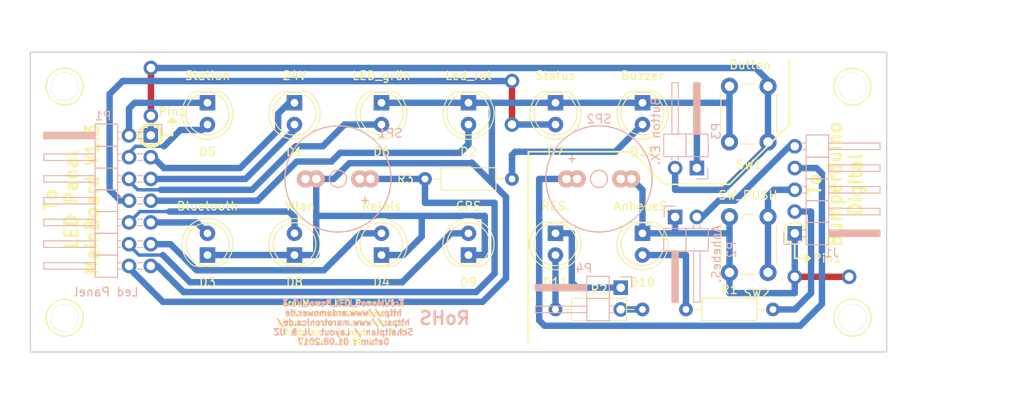
<source format=kicad_pcb>
(kicad_pcb (version 20170123) (host pcbnew "(2017-07-16 revision e797af331)-makepkg")

  (general
    (thickness 1.6)
    (drawings 65)
    (tracks 174)
    (zones 0)
    (modules 28)
    (nets 25)
  )

  (page A4)
  (layers
    (0 F.Cu signal hide)
    (31 B.Cu signal)
    (32 B.Adhes user)
    (33 F.Adhes user)
    (34 B.Paste user)
    (35 F.Paste user)
    (36 B.SilkS user)
    (37 F.SilkS user)
    (38 B.Mask user)
    (39 F.Mask user)
    (40 Dwgs.User user)
    (41 Cmts.User user)
    (42 Eco1.User user)
    (43 Eco2.User user)
    (44 Edge.Cuts user)
    (45 Margin user)
    (46 B.CrtYd user)
    (47 F.CrtYd user)
    (48 B.Fab user)
    (49 F.Fab user)
  )

  (setup
    (last_trace_width 0.25)
    (user_trace_width 0.25)
    (user_trace_width 0.4)
    (user_trace_width 0.5)
    (user_trace_width 0.75)
    (user_trace_width 1)
    (trace_clearance 0.2)
    (zone_clearance 0.3048)
    (zone_45_only yes)
    (trace_min 0.2)
    (segment_width 0.2)
    (edge_width 0.15)
    (via_size 0.8)
    (via_drill 0.4)
    (via_min_size 0.4)
    (via_min_drill 0.3)
    (user_via 1.7 1)
    (user_via 2.5 2)
    (uvia_size 0.3)
    (uvia_drill 0.1)
    (uvias_allowed no)
    (uvia_min_size 0.2)
    (uvia_min_drill 0.1)
    (pcb_text_width 0.3)
    (pcb_text_size 1.5 1.5)
    (mod_edge_width 0.15)
    (mod_text_size 1 1)
    (mod_text_width 0.15)
    (pad_size 2 2)
    (pad_drill 1.1)
    (pad_to_mask_clearance 0.2)
    (aux_axis_origin 85.61 62.57)
    (visible_elements 7FFFFF7F)
    (pcbplotparams
      (layerselection 0x00030_ffffffff)
      (usegerberextensions false)
      (excludeedgelayer true)
      (linewidth 0.100000)
      (plotframeref false)
      (viasonmask false)
      (mode 1)
      (useauxorigin false)
      (hpglpennumber 1)
      (hpglpenspeed 20)
      (hpglpendiameter 15)
      (psnegative false)
      (psa4output false)
      (plotreference true)
      (plotvalue true)
      (plotinvisibletext false)
      (padsonsilk false)
      (subtractmaskfromsilk false)
      (outputformat 1)
      (mirror false)
      (drillshape 1)
      (scaleselection 1)
      (outputdirectory ""))
  )

  (net 0 "")
  (net 1 GND)
  (net 2 /Duo_Led_Rot)
  (net 3 /Bluetooth)
  (net 4 /PinCharging_Enable)
  (net 5 /Duo_Led_grün)
  (net 6 /Led_Status)
  (net 7 /Wlan)
  (net 8 /GPS_LED)
  (net 9 /Buzzer)
  (net 10 /24V_GND)
  (net 11 /24V)
  (net 12 /StationLed)
  (net 13 /StationLed_GND)
  (net 14 /Taster)
  (net 15 "Net-(D10-Pad2)")
  (net 16 GNDD)
  (net 17 "Net-(J1-Pad5)")
  (net 18 "Net-(J1-Pad4)")
  (net 19 "Net-(J1-Pad3)")
  (net 20 "Net-(J1-Pad2)")
  (net 21 "Net-(D11-Pad2)")
  (net 22 "Net-(D12-Pad2)")
  (net 23 "Net-(D11-Pad1)")
  (net 24 "Net-(P4-Pad2)")

  (net_class Default "Dies ist die voreingestellte Netzklasse."
    (clearance 0.2)
    (trace_width 0.25)
    (via_dia 0.8)
    (via_drill 0.4)
    (uvia_dia 0.3)
    (uvia_drill 0.1)
    (add_net /24V)
    (add_net /24V_GND)
    (add_net /Bluetooth)
    (add_net /Buzzer)
    (add_net /Duo_Led_Rot)
    (add_net /Duo_Led_grün)
    (add_net /GPS_LED)
    (add_net /Led_Status)
    (add_net /PinCharging_Enable)
    (add_net /StationLed)
    (add_net /StationLed_GND)
    (add_net /Taster)
    (add_net /Wlan)
    (add_net GND)
    (add_net GNDD)
    (add_net "Net-(D10-Pad2)")
    (add_net "Net-(D11-Pad1)")
    (add_net "Net-(D11-Pad2)")
    (add_net "Net-(D12-Pad2)")
    (add_net "Net-(J1-Pad2)")
    (add_net "Net-(J1-Pad3)")
    (add_net "Net-(J1-Pad4)")
    (add_net "Net-(J1-Pad5)")
    (add_net "Net-(P4-Pad2)")
  )

  (module LEDs:LED_D5.0mm (layer F.Cu) (tedit 595E8226) (tstamp 5952D5A5)
    (at 116.84 88.9 270)
    (descr "LED, diameter 5.0mm, 2 pins, http://cdn-reichelt.de/documents/datenblatt/A500/LL-504BC2E-009.pdf")
    (tags "LED diameter 5.0mm 2 pins")
    (path /5952ECC8)
    (fp_text reference D1 (at 5.715 0) (layer F.SilkS)
      (effects (font (size 1 1) (thickness 0.15)))
    )
    (fp_text value 24V (at -3.175 0) (layer F.SilkS)
      (effects (font (size 1 1) (thickness 0.15)))
    )
    (fp_arc (start 1.27 0) (end -1.23 -1.469694) (angle 299.1) (layer F.Fab) (width 0.1))
    (fp_arc (start 1.27 0) (end -1.29 -1.54483) (angle 148.9) (layer F.SilkS) (width 0.12))
    (fp_arc (start 1.27 0) (end -1.29 1.54483) (angle -148.9) (layer F.SilkS) (width 0.12))
    (fp_circle (center 1.27 0) (end 3.77 0) (layer F.Fab) (width 0.1))
    (fp_circle (center 1.27 0) (end 3.77 0) (layer F.SilkS) (width 0.12))
    (fp_line (start -1.23 -1.469694) (end -1.23 1.469694) (layer F.Fab) (width 0.1))
    (fp_line (start -1.29 -1.545) (end -1.29 1.545) (layer F.SilkS) (width 0.12))
    (fp_line (start -1.95 -3.25) (end -1.95 3.25) (layer F.CrtYd) (width 0.05))
    (fp_line (start -1.95 3.25) (end 4.5 3.25) (layer F.CrtYd) (width 0.05))
    (fp_line (start 4.5 3.25) (end 4.5 -3.25) (layer F.CrtYd) (width 0.05))
    (fp_line (start 4.5 -3.25) (end -1.95 -3.25) (layer F.CrtYd) (width 0.05))
    (pad 1 thru_hole rect (at 0 0 270) (size 1.8 1.8) (drill 0.9) (layers *.Cu *.Mask)
      (net 10 /24V_GND))
    (pad 2 thru_hole circle (at 2.54 0 270) (size 1.8 1.8) (drill 0.9) (layers *.Cu *.Mask)
      (net 11 /24V))
    (model LEDs.3dshapes/LED_D5.0mm.wrl
      (at (xyz 0 0 0))
      (scale (xyz 0.393701 0.393701 0.393701))
      (rotate (xyz 0 0 0))
    )
  )

  (module LEDs:LED_D5.0mm (layer F.Cu) (tedit 595E8214) (tstamp 5952D5B6)
    (at 137.16 88.9 270)
    (descr "LED, diameter 5.0mm, 2 pins, http://cdn-reichelt.de/documents/datenblatt/A500/LL-504BC2E-009.pdf")
    (tags "LED diameter 5.0mm 2 pins")
    (path /595306A8)
    (fp_text reference D2 (at 5.715 0) (layer F.SilkS)
      (effects (font (size 1 1) (thickness 0.15)))
    )
    (fp_text value Led_rot (at -3.175 0) (layer F.SilkS)
      (effects (font (size 1 1) (thickness 0.15)))
    )
    (fp_arc (start 1.27 0) (end -1.23 -1.469694) (angle 299.1) (layer F.Fab) (width 0.1))
    (fp_arc (start 1.27 0) (end -1.29 -1.54483) (angle 148.9) (layer F.SilkS) (width 0.12))
    (fp_arc (start 1.27 0) (end -1.29 1.54483) (angle -148.9) (layer F.SilkS) (width 0.12))
    (fp_circle (center 1.27 0) (end 3.77 0) (layer F.Fab) (width 0.1))
    (fp_circle (center 1.27 0) (end 3.77 0) (layer F.SilkS) (width 0.12))
    (fp_line (start -1.23 -1.469694) (end -1.23 1.469694) (layer F.Fab) (width 0.1))
    (fp_line (start -1.29 -1.545) (end -1.29 1.545) (layer F.SilkS) (width 0.12))
    (fp_line (start -1.95 -3.25) (end -1.95 3.25) (layer F.CrtYd) (width 0.05))
    (fp_line (start -1.95 3.25) (end 4.5 3.25) (layer F.CrtYd) (width 0.05))
    (fp_line (start 4.5 3.25) (end 4.5 -3.25) (layer F.CrtYd) (width 0.05))
    (fp_line (start 4.5 -3.25) (end -1.95 -3.25) (layer F.CrtYd) (width 0.05))
    (pad 1 thru_hole rect (at 0 0 270) (size 1.8 1.8) (drill 0.9) (layers *.Cu *.Mask)
      (net 1 GND))
    (pad 2 thru_hole circle (at 2.54 0 270) (size 1.8 1.8) (drill 0.9) (layers *.Cu *.Mask)
      (net 2 /Duo_Led_Rot))
    (model LEDs.3dshapes/LED_D5.0mm.wrl
      (at (xyz 0 0 0))
      (scale (xyz 0.393701 0.393701 0.393701))
      (rotate (xyz 0 0 0))
    )
  )

  (module LEDs:LED_D5.0mm (layer F.Cu) (tedit 595E8245) (tstamp 5952D5C7)
    (at 106.68 106.68 90)
    (descr "LED, diameter 5.0mm, 2 pins, http://cdn-reichelt.de/documents/datenblatt/A500/LL-504BC2E-009.pdf")
    (tags "LED diameter 5.0mm 2 pins")
    (path /59530AC8)
    (fp_text reference D3 (at -3.175 0 180) (layer F.SilkS)
      (effects (font (size 1 1) (thickness 0.15)))
    )
    (fp_text value Bluetooth (at 5.715 0 180) (layer F.SilkS)
      (effects (font (size 1 1) (thickness 0.15)))
    )
    (fp_arc (start 1.27 0) (end -1.23 -1.469694) (angle 299.1) (layer F.Fab) (width 0.1))
    (fp_arc (start 1.27 0) (end -1.29 -1.54483) (angle 148.9) (layer F.SilkS) (width 0.12))
    (fp_arc (start 1.27 0) (end -1.29 1.54483) (angle -148.9) (layer F.SilkS) (width 0.12))
    (fp_circle (center 1.27 0) (end 3.77 0) (layer F.Fab) (width 0.1))
    (fp_circle (center 1.27 0) (end 3.77 0) (layer F.SilkS) (width 0.12))
    (fp_line (start -1.23 -1.469694) (end -1.23 1.469694) (layer F.Fab) (width 0.1))
    (fp_line (start -1.29 -1.545) (end -1.29 1.545) (layer F.SilkS) (width 0.12))
    (fp_line (start -1.95 -3.25) (end -1.95 3.25) (layer F.CrtYd) (width 0.05))
    (fp_line (start -1.95 3.25) (end 4.5 3.25) (layer F.CrtYd) (width 0.05))
    (fp_line (start 4.5 3.25) (end 4.5 -3.25) (layer F.CrtYd) (width 0.05))
    (fp_line (start 4.5 -3.25) (end -1.95 -3.25) (layer F.CrtYd) (width 0.05))
    (pad 1 thru_hole rect (at 0 0 90) (size 1.8 1.8) (drill 0.9) (layers *.Cu *.Mask)
      (net 1 GND))
    (pad 2 thru_hole circle (at 2.54 0 90) (size 1.8 1.8) (drill 0.9) (layers *.Cu *.Mask)
      (net 3 /Bluetooth))
    (model LEDs.3dshapes/LED_D5.0mm.wrl
      (at (xyz 0 0 0))
      (scale (xyz 0.393701 0.393701 0.393701))
      (rotate (xyz 0 0 0))
    )
  )

  (module LEDs:LED_D5.0mm (layer F.Cu) (tedit 595E823B) (tstamp 5952D5D8)
    (at 127 106.68 90)
    (descr "LED, diameter 5.0mm, 2 pins, http://cdn-reichelt.de/documents/datenblatt/A500/LL-504BC2E-009.pdf")
    (tags "LED diameter 5.0mm 2 pins")
    (path /59530EEA)
    (fp_text reference D4 (at -3.175 0 180) (layer F.SilkS)
      (effects (font (size 1 1) (thickness 0.15)))
    )
    (fp_text value Relais (at 5.715 0 180) (layer F.SilkS)
      (effects (font (size 1 1) (thickness 0.15)))
    )
    (fp_arc (start 1.27 0) (end -1.23 -1.469694) (angle 299.1) (layer F.Fab) (width 0.1))
    (fp_arc (start 1.27 0) (end -1.29 -1.54483) (angle 148.9) (layer F.SilkS) (width 0.12))
    (fp_arc (start 1.27 0) (end -1.29 1.54483) (angle -148.9) (layer F.SilkS) (width 0.12))
    (fp_circle (center 1.27 0) (end 3.77 0) (layer F.Fab) (width 0.1))
    (fp_circle (center 1.27 0) (end 3.77 0) (layer F.SilkS) (width 0.12))
    (fp_line (start -1.23 -1.469694) (end -1.23 1.469694) (layer F.Fab) (width 0.1))
    (fp_line (start -1.29 -1.545) (end -1.29 1.545) (layer F.SilkS) (width 0.12))
    (fp_line (start -1.95 -3.25) (end -1.95 3.25) (layer F.CrtYd) (width 0.05))
    (fp_line (start -1.95 3.25) (end 4.5 3.25) (layer F.CrtYd) (width 0.05))
    (fp_line (start 4.5 3.25) (end 4.5 -3.25) (layer F.CrtYd) (width 0.05))
    (fp_line (start 4.5 -3.25) (end -1.95 -3.25) (layer F.CrtYd) (width 0.05))
    (pad 1 thru_hole rect (at 0 0 90) (size 1.8 1.8) (drill 0.9) (layers *.Cu *.Mask)
      (net 1 GND))
    (pad 2 thru_hole circle (at 2.54 0 90) (size 1.8 1.8) (drill 0.9) (layers *.Cu *.Mask)
      (net 4 /PinCharging_Enable))
    (model LEDs.3dshapes/LED_D5.0mm.wrl
      (at (xyz 0 0 0))
      (scale (xyz 0.393701 0.393701 0.393701))
      (rotate (xyz 0 0 0))
    )
  )

  (module LEDs:LED_D5.0mm (layer F.Cu) (tedit 595E822C) (tstamp 5952D5E9)
    (at 106.68 88.9 270)
    (descr "LED, diameter 5.0mm, 2 pins, http://cdn-reichelt.de/documents/datenblatt/A500/LL-504BC2E-009.pdf")
    (tags "LED diameter 5.0mm 2 pins")
    (path /59518EB3)
    (fp_text reference D5 (at 5.715 0) (layer F.SilkS)
      (effects (font (size 1 1) (thickness 0.15)))
    )
    (fp_text value Station (at -3.175 0) (layer F.SilkS)
      (effects (font (size 1 1) (thickness 0.15)))
    )
    (fp_line (start 4.5 -3.25) (end -1.95 -3.25) (layer F.CrtYd) (width 0.05))
    (fp_line (start 4.5 3.25) (end 4.5 -3.25) (layer F.CrtYd) (width 0.05))
    (fp_line (start -1.95 3.25) (end 4.5 3.25) (layer F.CrtYd) (width 0.05))
    (fp_line (start -1.95 -3.25) (end -1.95 3.25) (layer F.CrtYd) (width 0.05))
    (fp_line (start -1.29 -1.545) (end -1.29 1.545) (layer F.SilkS) (width 0.12))
    (fp_line (start -1.23 -1.469694) (end -1.23 1.469694) (layer F.Fab) (width 0.1))
    (fp_circle (center 1.27 0) (end 3.77 0) (layer F.SilkS) (width 0.12))
    (fp_circle (center 1.27 0) (end 3.77 0) (layer F.Fab) (width 0.1))
    (fp_arc (start 1.27 0) (end -1.29 1.54483) (angle -148.9) (layer F.SilkS) (width 0.12))
    (fp_arc (start 1.27 0) (end -1.29 -1.54483) (angle 148.9) (layer F.SilkS) (width 0.12))
    (fp_arc (start 1.27 0) (end -1.23 -1.469694) (angle 299.1) (layer F.Fab) (width 0.1))
    (pad 2 thru_hole circle (at 2.54 0 270) (size 1.8 1.8) (drill 0.9) (layers *.Cu *.Mask)
      (net 12 /StationLed))
    (pad 1 thru_hole rect (at 0 0 270) (size 1.8 1.8) (drill 0.9) (layers *.Cu *.Mask)
      (net 13 /StationLed_GND))
    (model LEDs.3dshapes/LED_D5.0mm.wrl
      (at (xyz 0 0 0))
      (scale (xyz 0.393701 0.393701 0.393701))
      (rotate (xyz 0 0 0))
    )
  )

  (module LEDs:LED_D5.0mm (layer F.Cu) (tedit 595E821F) (tstamp 5952D5FA)
    (at 127 88.9 270)
    (descr "LED, diameter 5.0mm, 2 pins, http://cdn-reichelt.de/documents/datenblatt/A500/LL-504BC2E-009.pdf")
    (tags "LED diameter 5.0mm 2 pins")
    (path /595304D8)
    (fp_text reference D6 (at 5.715 0) (layer F.SilkS)
      (effects (font (size 1 1) (thickness 0.15)))
    )
    (fp_text value LED_grün (at -3.175 0) (layer F.SilkS)
      (effects (font (size 1 1) (thickness 0.15)))
    )
    (fp_line (start 4.5 -3.25) (end -1.95 -3.25) (layer F.CrtYd) (width 0.05))
    (fp_line (start 4.5 3.25) (end 4.5 -3.25) (layer F.CrtYd) (width 0.05))
    (fp_line (start -1.95 3.25) (end 4.5 3.25) (layer F.CrtYd) (width 0.05))
    (fp_line (start -1.95 -3.25) (end -1.95 3.25) (layer F.CrtYd) (width 0.05))
    (fp_line (start -1.29 -1.545) (end -1.29 1.545) (layer F.SilkS) (width 0.12))
    (fp_line (start -1.23 -1.469694) (end -1.23 1.469694) (layer F.Fab) (width 0.1))
    (fp_circle (center 1.27 0) (end 3.77 0) (layer F.SilkS) (width 0.12))
    (fp_circle (center 1.27 0) (end 3.77 0) (layer F.Fab) (width 0.1))
    (fp_arc (start 1.27 0) (end -1.29 1.54483) (angle -148.9) (layer F.SilkS) (width 0.12))
    (fp_arc (start 1.27 0) (end -1.29 -1.54483) (angle 148.9) (layer F.SilkS) (width 0.12))
    (fp_arc (start 1.27 0) (end -1.23 -1.469694) (angle 299.1) (layer F.Fab) (width 0.1))
    (pad 2 thru_hole circle (at 2.54 0 270) (size 1.8 1.8) (drill 0.9) (layers *.Cu *.Mask)
      (net 5 /Duo_Led_grün))
    (pad 1 thru_hole rect (at 0 0 270) (size 1.8 1.8) (drill 0.9) (layers *.Cu *.Mask)
      (net 1 GND))
    (model LEDs.3dshapes/LED_D5.0mm.wrl
      (at (xyz 0 0 0))
      (scale (xyz 0.393701 0.393701 0.393701))
      (rotate (xyz 0 0 0))
    )
  )

  (module LEDs:LED_D5.0mm (layer F.Cu) (tedit 595E820F) (tstamp 5952D60B)
    (at 147.32 88.9 270)
    (descr "LED, diameter 5.0mm, 2 pins, http://cdn-reichelt.de/documents/datenblatt/A500/LL-504BC2E-009.pdf")
    (tags "LED diameter 5.0mm 2 pins")
    (path /595308D8)
    (fp_text reference D7 (at 5.715 0) (layer F.SilkS)
      (effects (font (size 1 1) (thickness 0.15)))
    )
    (fp_text value Status (at -3.175 0) (layer F.SilkS)
      (effects (font (size 1 1) (thickness 0.15)))
    )
    (fp_line (start 4.5 -3.25) (end -1.95 -3.25) (layer F.CrtYd) (width 0.05))
    (fp_line (start 4.5 3.25) (end 4.5 -3.25) (layer F.CrtYd) (width 0.05))
    (fp_line (start -1.95 3.25) (end 4.5 3.25) (layer F.CrtYd) (width 0.05))
    (fp_line (start -1.95 -3.25) (end -1.95 3.25) (layer F.CrtYd) (width 0.05))
    (fp_line (start -1.29 -1.545) (end -1.29 1.545) (layer F.SilkS) (width 0.12))
    (fp_line (start -1.23 -1.469694) (end -1.23 1.469694) (layer F.Fab) (width 0.1))
    (fp_circle (center 1.27 0) (end 3.77 0) (layer F.SilkS) (width 0.12))
    (fp_circle (center 1.27 0) (end 3.77 0) (layer F.Fab) (width 0.1))
    (fp_arc (start 1.27 0) (end -1.29 1.54483) (angle -148.9) (layer F.SilkS) (width 0.12))
    (fp_arc (start 1.27 0) (end -1.29 -1.54483) (angle 148.9) (layer F.SilkS) (width 0.12))
    (fp_arc (start 1.27 0) (end -1.23 -1.469694) (angle 299.1) (layer F.Fab) (width 0.1))
    (pad 2 thru_hole circle (at 2.54 0 270) (size 1.8 1.8) (drill 0.9) (layers *.Cu *.Mask)
      (net 6 /Led_Status))
    (pad 1 thru_hole rect (at 0 0 270) (size 1.8 1.8) (drill 0.9) (layers *.Cu *.Mask)
      (net 1 GND))
    (model LEDs.3dshapes/LED_D5.0mm.wrl
      (at (xyz 0 0 0))
      (scale (xyz 0.393701 0.393701 0.393701))
      (rotate (xyz 0 0 0))
    )
  )

  (module LEDs:LED_D5.0mm (layer F.Cu) (tedit 595E8240) (tstamp 5952D61C)
    (at 116.84 106.68 90)
    (descr "LED, diameter 5.0mm, 2 pins, http://cdn-reichelt.de/documents/datenblatt/A500/LL-504BC2E-009.pdf")
    (tags "LED diameter 5.0mm 2 pins")
    (path /59530C9A)
    (fp_text reference D8 (at -3.175 0 180) (layer F.SilkS)
      (effects (font (size 1 1) (thickness 0.15)))
    )
    (fp_text value Wlan (at 5.715 0.635 180) (layer F.SilkS)
      (effects (font (size 1 1) (thickness 0.15)))
    )
    (fp_line (start 4.5 -3.25) (end -1.95 -3.25) (layer F.CrtYd) (width 0.05))
    (fp_line (start 4.5 3.25) (end 4.5 -3.25) (layer F.CrtYd) (width 0.05))
    (fp_line (start -1.95 3.25) (end 4.5 3.25) (layer F.CrtYd) (width 0.05))
    (fp_line (start -1.95 -3.25) (end -1.95 3.25) (layer F.CrtYd) (width 0.05))
    (fp_line (start -1.29 -1.545) (end -1.29 1.545) (layer F.SilkS) (width 0.12))
    (fp_line (start -1.23 -1.469694) (end -1.23 1.469694) (layer F.Fab) (width 0.1))
    (fp_circle (center 1.27 0) (end 3.77 0) (layer F.SilkS) (width 0.12))
    (fp_circle (center 1.27 0) (end 3.77 0) (layer F.Fab) (width 0.1))
    (fp_arc (start 1.27 0) (end -1.29 1.54483) (angle -148.9) (layer F.SilkS) (width 0.12))
    (fp_arc (start 1.27 0) (end -1.29 -1.54483) (angle 148.9) (layer F.SilkS) (width 0.12))
    (fp_arc (start 1.27 0) (end -1.23 -1.469694) (angle 299.1) (layer F.Fab) (width 0.1))
    (pad 2 thru_hole circle (at 2.54 0 90) (size 1.8 1.8) (drill 0.9) (layers *.Cu *.Mask)
      (net 7 /Wlan))
    (pad 1 thru_hole rect (at 0 0 90) (size 1.8 1.8) (drill 0.9) (layers *.Cu *.Mask)
      (net 1 GND))
    (model LEDs.3dshapes/LED_D5.0mm.wrl
      (at (xyz 0 0 0))
      (scale (xyz 0.393701 0.393701 0.393701))
      (rotate (xyz 0 0 0))
    )
  )

  (module LEDs:LED_D5.0mm (layer F.Cu) (tedit 595E8237) (tstamp 5952D62D)
    (at 137.16 106.68 90)
    (descr "LED, diameter 5.0mm, 2 pins, http://cdn-reichelt.de/documents/datenblatt/A500/LL-504BC2E-009.pdf")
    (tags "LED diameter 5.0mm 2 pins")
    (path /59531322)
    (fp_text reference D9 (at -3.175 0 180) (layer F.SilkS)
      (effects (font (size 1 1) (thickness 0.15)))
    )
    (fp_text value GPS (at 5.715 0 180) (layer F.SilkS)
      (effects (font (size 1 1) (thickness 0.15)))
    )
    (fp_line (start 4.5 -3.25) (end -1.95 -3.25) (layer F.CrtYd) (width 0.05))
    (fp_line (start 4.5 3.25) (end 4.5 -3.25) (layer F.CrtYd) (width 0.05))
    (fp_line (start -1.95 3.25) (end 4.5 3.25) (layer F.CrtYd) (width 0.05))
    (fp_line (start -1.95 -3.25) (end -1.95 3.25) (layer F.CrtYd) (width 0.05))
    (fp_line (start -1.29 -1.545) (end -1.29 1.545) (layer F.SilkS) (width 0.12))
    (fp_line (start -1.23 -1.469694) (end -1.23 1.469694) (layer F.Fab) (width 0.1))
    (fp_circle (center 1.27 0) (end 3.77 0) (layer F.SilkS) (width 0.12))
    (fp_circle (center 1.27 0) (end 3.77 0) (layer F.Fab) (width 0.1))
    (fp_arc (start 1.27 0) (end -1.29 1.54483) (angle -148.9) (layer F.SilkS) (width 0.12))
    (fp_arc (start 1.27 0) (end -1.29 -1.54483) (angle 148.9) (layer F.SilkS) (width 0.12))
    (fp_arc (start 1.27 0) (end -1.23 -1.469694) (angle 299.1) (layer F.Fab) (width 0.1))
    (pad 2 thru_hole circle (at 2.54 0 90) (size 1.8 1.8) (drill 0.9) (layers *.Cu *.Mask)
      (net 8 /GPS_LED))
    (pad 1 thru_hole rect (at 0 0 90) (size 1.8 1.8) (drill 0.9) (layers *.Cu *.Mask)
      (net 1 GND))
    (model LEDs.3dshapes/LED_D5.0mm.wrl
      (at (xyz 0 0 0))
      (scale (xyz 0.393701 0.393701 0.393701))
      (rotate (xyz 0 0 0))
    )
  )

  (module Zimprich:Buzzer_12x9.5RM7.6_RM5.0 (layer B.Cu) (tedit 59582858) (tstamp 5952D695)
    (at 121.92 97.79)
    (descr "Generic Buzzer, D12mm height 9.5mm with RM7.6mm")
    (tags buzzer)
    (path /59517E25)
    (fp_text reference SP1 (at 6.096 -5.334) (layer B.SilkS)
      (effects (font (size 1 1) (thickness 0.15)) (justify mirror))
    )
    (fp_text value Buzzer (at 0 -2.5 -180) (layer B.Fab)
      (effects (font (size 1 1) (thickness 0.15)) (justify mirror))
    )
    (fp_circle (center 0 0) (end 1.00076 0) (layer B.SilkS) (width 0.15))
    (fp_text user + (at 3.1496 2.4384) (layer B.SilkS)
      (effects (font (size 1 1) (thickness 0.15)) (justify mirror))
    )
    (fp_circle (center 0 0) (end 6.20014 0) (layer B.SilkS) (width 0.15))
    (pad 2 thru_hole circle (at 2.54 0) (size 2 2) (drill 1.00076) (layers *.Cu *.Mask B.SilkS)
      (net 9 /Buzzer))
    (pad 1 thru_hole circle (at -2.54 0) (size 2 2) (drill 1.00076) (layers *.Cu *.Mask B.SilkS)
      (net 1 GND))
    (pad 2 thru_hole circle (at 3.79984 0) (size 2 2) (drill 1.00076) (layers *.Cu *.Mask B.SilkS)
      (net 9 /Buzzer))
    (pad 1 thru_hole circle (at -3.79984 0) (size 2 2) (drill 1.00076) (layers *.Cu *.Mask B.SilkS)
      (net 1 GND))
    (model ${KISYS3DMOD}/Buzzers_Beepers.3dshapes/Buzzer_12x9.5RM7.6.wrl
      (at (xyz 0 0 0))
      (scale (xyz 4 4 4))
      (rotate (xyz 0 0 0))
    )
  )

  (module Buttons_Switches_THT:SW_PUSH_6mm_h8.5mm (layer F.Cu) (tedit 595E8B50) (tstamp 5952D6B3)
    (at 167.64 93.472 90)
    (descr "tactile push button, 6x6mm e.g. PHAP33xx series, height=8.5mm")
    (tags "tact sw push 6mm")
    (path /595323DF)
    (fp_text reference SW1 (at -2.667 2.286 180) (layer F.SilkS)
      (effects (font (size 1 1) (thickness 0.15)))
    )
    (fp_text value Button (at 9.017 2.413 180) (layer F.SilkS)
      (effects (font (size 1 1) (thickness 0.15)))
    )
    (fp_line (start 3.25 -0.75) (end 6.25 -0.75) (layer F.Fab) (width 0.1))
    (fp_line (start 6.25 -0.75) (end 6.25 5.25) (layer F.Fab) (width 0.1))
    (fp_line (start 6.25 5.25) (end 0.25 5.25) (layer F.Fab) (width 0.1))
    (fp_line (start 0.25 5.25) (end 0.25 -0.75) (layer F.Fab) (width 0.1))
    (fp_line (start 0.25 -0.75) (end 3.25 -0.75) (layer F.Fab) (width 0.1))
    (fp_line (start 7.75 6) (end 8 6) (layer F.CrtYd) (width 0.05))
    (fp_line (start 8 6) (end 8 5.75) (layer F.CrtYd) (width 0.05))
    (fp_line (start 7.75 -1.5) (end 8 -1.5) (layer F.CrtYd) (width 0.05))
    (fp_line (start 8 -1.5) (end 8 -1.25) (layer F.CrtYd) (width 0.05))
    (fp_line (start -1.5 -1.25) (end -1.5 -1.5) (layer F.CrtYd) (width 0.05))
    (fp_line (start -1.5 -1.5) (end -1.25 -1.5) (layer F.CrtYd) (width 0.05))
    (fp_line (start -1.5 5.75) (end -1.5 6) (layer F.CrtYd) (width 0.05))
    (fp_line (start -1.5 6) (end -1.25 6) (layer F.CrtYd) (width 0.05))
    (fp_line (start -1.25 -1.5) (end 7.75 -1.5) (layer F.CrtYd) (width 0.05))
    (fp_line (start -1.5 5.75) (end -1.5 -1.25) (layer F.CrtYd) (width 0.05))
    (fp_line (start 7.75 6) (end -1.25 6) (layer F.CrtYd) (width 0.05))
    (fp_line (start 8 -1.25) (end 8 5.75) (layer F.CrtYd) (width 0.05))
    (fp_line (start 1 5.5) (end 5.5 5.5) (layer F.SilkS) (width 0.12))
    (fp_line (start -0.25 1.5) (end -0.25 3) (layer F.SilkS) (width 0.12))
    (fp_line (start 5.5 -1) (end 1 -1) (layer F.SilkS) (width 0.12))
    (fp_line (start 6.75 3) (end 6.75 1.5) (layer F.SilkS) (width 0.12))
    (fp_circle (center 3.25 2.25) (end 1.25 2.5) (layer F.Fab) (width 0.1))
    (pad 2 thru_hole circle (at 0 4.5 180) (size 2 2) (drill 1.1) (layers *.Cu *.Mask)
      (net 14 /Taster))
    (pad 1 thru_hole circle (at 0 0 180) (size 2 2) (drill 1.1) (layers *.Cu *.Mask)
      (net 1 GND))
    (pad 2 thru_hole circle (at 6.5 4.5 180) (size 2 2) (drill 1.1) (layers *.Cu *.Mask)
      (net 14 /Taster))
    (pad 1 thru_hole circle (at 6.5 0 180) (size 2 2) (drill 1.1) (layers *.Cu *.Mask)
      (net 1 GND))
    (model Buttons_Switches_THT.3dshapes/SW_PUSH_6mm_h8.5mm.wrl
      (at (xyz 0.005 0 0))
      (scale (xyz 0.3937 0.3937 0.3937))
      (rotate (xyz 0 0 0))
    )
  )

  (module Pin_Headers:Pin_Header_Angled_2x07_Pitch2.54mm (layer B.Cu) (tedit 595E8B0B) (tstamp 595BBC9C)
    (at 100.06 92.71 180)
    (descr "Through hole angled pin header, 2x07, 2.54mm pitch, 6mm pin length, double rows")
    (tags "Through hole angled pin header THT 2x07 2.54mm double row")
    (path /59517E64)
    (fp_text reference P1 (at 5.585 2.27 180) (layer B.SilkS)
      (effects (font (size 1 1) (thickness 0.15)) (justify mirror))
    )
    (fp_text value "Led Panel" (at 5.191 -18.288 180) (layer B.SilkS)
      (effects (font (size 1 1) (thickness 0.15)) (justify mirror))
    )
    (fp_text user %R (at 5.585 2.27 180) (layer B.Fab)
      (effects (font (size 1 1) (thickness 0.15)) (justify mirror))
    )
    (fp_line (start 12.95 1.8) (end -1.8 1.8) (layer B.CrtYd) (width 0.05))
    (fp_line (start 12.95 -17.05) (end 12.95 1.8) (layer B.CrtYd) (width 0.05))
    (fp_line (start -1.8 -17.05) (end 12.95 -17.05) (layer B.CrtYd) (width 0.05))
    (fp_line (start -1.8 1.8) (end -1.8 -17.05) (layer B.CrtYd) (width 0.05))
    (fp_line (start -1.27 1.27) (end 0 1.27) (layer B.SilkS) (width 0.12))
    (fp_line (start -1.27 0) (end -1.27 1.27) (layer B.SilkS) (width 0.12))
    (fp_line (start 0.91 -15.62) (end 1.63 -15.62) (layer B.SilkS) (width 0.12))
    (fp_line (start 0.91 -14.86) (end 1.63 -14.86) (layer B.SilkS) (width 0.12))
    (fp_line (start 3.45 -15.62) (end 3.88 -15.62) (layer B.SilkS) (width 0.12))
    (fp_line (start 3.45 -14.86) (end 3.88 -14.86) (layer B.SilkS) (width 0.12))
    (fp_line (start 12.5 -14.86) (end 6.5 -14.86) (layer B.SilkS) (width 0.12))
    (fp_line (start 12.5 -15.62) (end 12.5 -14.86) (layer B.SilkS) (width 0.12))
    (fp_line (start 6.5 -15.62) (end 12.5 -15.62) (layer B.SilkS) (width 0.12))
    (fp_line (start 6.5 -14.86) (end 6.5 -15.62) (layer B.SilkS) (width 0.12))
    (fp_line (start 6.5 -13.97) (end 3.88 -13.97) (layer B.SilkS) (width 0.12))
    (fp_line (start 6.5 -16.57) (end 6.5 -13.97) (layer B.SilkS) (width 0.12))
    (fp_line (start 3.88 -16.57) (end 6.5 -16.57) (layer B.SilkS) (width 0.12))
    (fp_line (start 3.88 -13.97) (end 3.88 -16.57) (layer B.SilkS) (width 0.12))
    (fp_line (start 0.91 -13.08) (end 1.63 -13.08) (layer B.SilkS) (width 0.12))
    (fp_line (start 0.91 -12.32) (end 1.63 -12.32) (layer B.SilkS) (width 0.12))
    (fp_line (start 3.45 -13.08) (end 3.88 -13.08) (layer B.SilkS) (width 0.12))
    (fp_line (start 3.45 -12.32) (end 3.88 -12.32) (layer B.SilkS) (width 0.12))
    (fp_line (start 12.5 -12.32) (end 6.5 -12.32) (layer B.SilkS) (width 0.12))
    (fp_line (start 12.5 -13.08) (end 12.5 -12.32) (layer B.SilkS) (width 0.12))
    (fp_line (start 6.5 -13.08) (end 12.5 -13.08) (layer B.SilkS) (width 0.12))
    (fp_line (start 6.5 -12.32) (end 6.5 -13.08) (layer B.SilkS) (width 0.12))
    (fp_line (start 6.5 -11.43) (end 3.88 -11.43) (layer B.SilkS) (width 0.12))
    (fp_line (start 6.5 -13.97) (end 6.5 -11.43) (layer B.SilkS) (width 0.12))
    (fp_line (start 3.88 -13.97) (end 6.5 -13.97) (layer B.SilkS) (width 0.12))
    (fp_line (start 3.88 -11.43) (end 3.88 -13.97) (layer B.SilkS) (width 0.12))
    (fp_line (start 0.91 -10.54) (end 1.63 -10.54) (layer B.SilkS) (width 0.12))
    (fp_line (start 0.91 -9.78) (end 1.63 -9.78) (layer B.SilkS) (width 0.12))
    (fp_line (start 3.45 -10.54) (end 3.88 -10.54) (layer B.SilkS) (width 0.12))
    (fp_line (start 3.45 -9.78) (end 3.88 -9.78) (layer B.SilkS) (width 0.12))
    (fp_line (start 12.5 -9.78) (end 6.5 -9.78) (layer B.SilkS) (width 0.12))
    (fp_line (start 12.5 -10.54) (end 12.5 -9.78) (layer B.SilkS) (width 0.12))
    (fp_line (start 6.5 -10.54) (end 12.5 -10.54) (layer B.SilkS) (width 0.12))
    (fp_line (start 6.5 -9.78) (end 6.5 -10.54) (layer B.SilkS) (width 0.12))
    (fp_line (start 6.5 -8.89) (end 3.88 -8.89) (layer B.SilkS) (width 0.12))
    (fp_line (start 6.5 -11.43) (end 6.5 -8.89) (layer B.SilkS) (width 0.12))
    (fp_line (start 3.88 -11.43) (end 6.5 -11.43) (layer B.SilkS) (width 0.12))
    (fp_line (start 3.88 -8.89) (end 3.88 -11.43) (layer B.SilkS) (width 0.12))
    (fp_line (start 0.91 -8) (end 1.63 -8) (layer B.SilkS) (width 0.12))
    (fp_line (start 0.91 -7.24) (end 1.63 -7.24) (layer B.SilkS) (width 0.12))
    (fp_line (start 3.45 -8) (end 3.88 -8) (layer B.SilkS) (width 0.12))
    (fp_line (start 3.45 -7.24) (end 3.88 -7.24) (layer B.SilkS) (width 0.12))
    (fp_line (start 12.5 -7.24) (end 6.5 -7.24) (layer B.SilkS) (width 0.12))
    (fp_line (start 12.5 -8) (end 12.5 -7.24) (layer B.SilkS) (width 0.12))
    (fp_line (start 6.5 -8) (end 12.5 -8) (layer B.SilkS) (width 0.12))
    (fp_line (start 6.5 -7.24) (end 6.5 -8) (layer B.SilkS) (width 0.12))
    (fp_line (start 6.5 -6.35) (end 3.88 -6.35) (layer B.SilkS) (width 0.12))
    (fp_line (start 6.5 -8.89) (end 6.5 -6.35) (layer B.SilkS) (width 0.12))
    (fp_line (start 3.88 -8.89) (end 6.5 -8.89) (layer B.SilkS) (width 0.12))
    (fp_line (start 3.88 -6.35) (end 3.88 -8.89) (layer B.SilkS) (width 0.12))
    (fp_line (start 0.91 -5.46) (end 1.63 -5.46) (layer B.SilkS) (width 0.12))
    (fp_line (start 0.91 -4.7) (end 1.63 -4.7) (layer B.SilkS) (width 0.12))
    (fp_line (start 3.45 -5.46) (end 3.88 -5.46) (layer B.SilkS) (width 0.12))
    (fp_line (start 3.45 -4.7) (end 3.88 -4.7) (layer B.SilkS) (width 0.12))
    (fp_line (start 12.5 -4.7) (end 6.5 -4.7) (layer B.SilkS) (width 0.12))
    (fp_line (start 12.5 -5.46) (end 12.5 -4.7) (layer B.SilkS) (width 0.12))
    (fp_line (start 6.5 -5.46) (end 12.5 -5.46) (layer B.SilkS) (width 0.12))
    (fp_line (start 6.5 -4.7) (end 6.5 -5.46) (layer B.SilkS) (width 0.12))
    (fp_line (start 6.5 -3.81) (end 3.88 -3.81) (layer B.SilkS) (width 0.12))
    (fp_line (start 6.5 -6.35) (end 6.5 -3.81) (layer B.SilkS) (width 0.12))
    (fp_line (start 3.88 -6.35) (end 6.5 -6.35) (layer B.SilkS) (width 0.12))
    (fp_line (start 3.88 -3.81) (end 3.88 -6.35) (layer B.SilkS) (width 0.12))
    (fp_line (start 0.91 -2.92) (end 1.63 -2.92) (layer B.SilkS) (width 0.12))
    (fp_line (start 0.91 -2.16) (end 1.63 -2.16) (layer B.SilkS) (width 0.12))
    (fp_line (start 3.45 -2.92) (end 3.88 -2.92) (layer B.SilkS) (width 0.12))
    (fp_line (start 3.45 -2.16) (end 3.88 -2.16) (layer B.SilkS) (width 0.12))
    (fp_line (start 12.5 -2.16) (end 6.5 -2.16) (layer B.SilkS) (width 0.12))
    (fp_line (start 12.5 -2.92) (end 12.5 -2.16) (layer B.SilkS) (width 0.12))
    (fp_line (start 6.5 -2.92) (end 12.5 -2.92) (layer B.SilkS) (width 0.12))
    (fp_line (start 6.5 -2.16) (end 6.5 -2.92) (layer B.SilkS) (width 0.12))
    (fp_line (start 6.5 -1.27) (end 3.88 -1.27) (layer B.SilkS) (width 0.12))
    (fp_line (start 6.5 -3.81) (end 6.5 -1.27) (layer B.SilkS) (width 0.12))
    (fp_line (start 3.88 -3.81) (end 6.5 -3.81) (layer B.SilkS) (width 0.12))
    (fp_line (start 3.88 -1.27) (end 3.88 -3.81) (layer B.SilkS) (width 0.12))
    (fp_line (start 6.5 -0.34) (end 12.5 -0.34) (layer B.SilkS) (width 0.12))
    (fp_line (start 6.5 -0.22) (end 12.5 -0.22) (layer B.SilkS) (width 0.12))
    (fp_line (start 6.5 -0.1) (end 12.5 -0.1) (layer B.SilkS) (width 0.12))
    (fp_line (start 6.5 0.02) (end 12.5 0.02) (layer B.SilkS) (width 0.12))
    (fp_line (start 6.5 0.14) (end 12.5 0.14) (layer B.SilkS) (width 0.12))
    (fp_line (start 6.5 0.26) (end 12.5 0.26) (layer B.SilkS) (width 0.12))
    (fp_line (start 0.91 -0.38) (end 1.63 -0.38) (layer B.SilkS) (width 0.12))
    (fp_line (start 0.91 0.38) (end 1.63 0.38) (layer B.SilkS) (width 0.12))
    (fp_line (start 3.45 -0.38) (end 3.88 -0.38) (layer B.SilkS) (width 0.12))
    (fp_line (start 3.45 0.38) (end 3.88 0.38) (layer B.SilkS) (width 0.12))
    (fp_line (start 12.5 0.38) (end 6.5 0.38) (layer B.SilkS) (width 0.12))
    (fp_line (start 12.5 -0.38) (end 12.5 0.38) (layer B.SilkS) (width 0.12))
    (fp_line (start 6.5 -0.38) (end 12.5 -0.38) (layer B.SilkS) (width 0.12))
    (fp_line (start 6.5 0.38) (end 6.5 -0.38) (layer B.SilkS) (width 0.12))
    (fp_line (start 6.5 1.33) (end 3.88 1.33) (layer B.SilkS) (width 0.12))
    (fp_line (start 6.5 -1.27) (end 6.5 1.33) (layer B.SilkS) (width 0.12))
    (fp_line (start 3.88 -1.27) (end 6.5 -1.27) (layer B.SilkS) (width 0.12))
    (fp_line (start 3.88 1.33) (end 3.88 -1.27) (layer B.SilkS) (width 0.12))
    (fp_line (start 12.44 -14.92) (end 0 -14.92) (layer B.Fab) (width 0.1))
    (fp_line (start 12.44 -15.56) (end 12.44 -14.92) (layer B.Fab) (width 0.1))
    (fp_line (start 0 -15.56) (end 12.44 -15.56) (layer B.Fab) (width 0.1))
    (fp_line (start 0 -14.92) (end 0 -15.56) (layer B.Fab) (width 0.1))
    (fp_line (start 6.44 -13.97) (end 3.94 -13.97) (layer B.Fab) (width 0.1))
    (fp_line (start 6.44 -16.51) (end 6.44 -13.97) (layer B.Fab) (width 0.1))
    (fp_line (start 3.94 -16.51) (end 6.44 -16.51) (layer B.Fab) (width 0.1))
    (fp_line (start 3.94 -13.97) (end 3.94 -16.51) (layer B.Fab) (width 0.1))
    (fp_line (start 12.44 -12.38) (end 0 -12.38) (layer B.Fab) (width 0.1))
    (fp_line (start 12.44 -13.02) (end 12.44 -12.38) (layer B.Fab) (width 0.1))
    (fp_line (start 0 -13.02) (end 12.44 -13.02) (layer B.Fab) (width 0.1))
    (fp_line (start 0 -12.38) (end 0 -13.02) (layer B.Fab) (width 0.1))
    (fp_line (start 6.44 -11.43) (end 3.94 -11.43) (layer B.Fab) (width 0.1))
    (fp_line (start 6.44 -13.97) (end 6.44 -11.43) (layer B.Fab) (width 0.1))
    (fp_line (start 3.94 -13.97) (end 6.44 -13.97) (layer B.Fab) (width 0.1))
    (fp_line (start 3.94 -11.43) (end 3.94 -13.97) (layer B.Fab) (width 0.1))
    (fp_line (start 12.44 -9.84) (end 0 -9.84) (layer B.Fab) (width 0.1))
    (fp_line (start 12.44 -10.48) (end 12.44 -9.84) (layer B.Fab) (width 0.1))
    (fp_line (start 0 -10.48) (end 12.44 -10.48) (layer B.Fab) (width 0.1))
    (fp_line (start 0 -9.84) (end 0 -10.48) (layer B.Fab) (width 0.1))
    (fp_line (start 6.44 -8.89) (end 3.94 -8.89) (layer B.Fab) (width 0.1))
    (fp_line (start 6.44 -11.43) (end 6.44 -8.89) (layer B.Fab) (width 0.1))
    (fp_line (start 3.94 -11.43) (end 6.44 -11.43) (layer B.Fab) (width 0.1))
    (fp_line (start 3.94 -8.89) (end 3.94 -11.43) (layer B.Fab) (width 0.1))
    (fp_line (start 12.44 -7.3) (end 0 -7.3) (layer B.Fab) (width 0.1))
    (fp_line (start 12.44 -7.94) (end 12.44 -7.3) (layer B.Fab) (width 0.1))
    (fp_line (start 0 -7.94) (end 12.44 -7.94) (layer B.Fab) (width 0.1))
    (fp_line (start 0 -7.3) (end 0 -7.94) (layer B.Fab) (width 0.1))
    (fp_line (start 6.44 -6.35) (end 3.94 -6.35) (layer B.Fab) (width 0.1))
    (fp_line (start 6.44 -8.89) (end 6.44 -6.35) (layer B.Fab) (width 0.1))
    (fp_line (start 3.94 -8.89) (end 6.44 -8.89) (layer B.Fab) (width 0.1))
    (fp_line (start 3.94 -6.35) (end 3.94 -8.89) (layer B.Fab) (width 0.1))
    (fp_line (start 12.44 -4.76) (end 0 -4.76) (layer B.Fab) (width 0.1))
    (fp_line (start 12.44 -5.4) (end 12.44 -4.76) (layer B.Fab) (width 0.1))
    (fp_line (start 0 -5.4) (end 12.44 -5.4) (layer B.Fab) (width 0.1))
    (fp_line (start 0 -4.76) (end 0 -5.4) (layer B.Fab) (width 0.1))
    (fp_line (start 6.44 -3.81) (end 3.94 -3.81) (layer B.Fab) (width 0.1))
    (fp_line (start 6.44 -6.35) (end 6.44 -3.81) (layer B.Fab) (width 0.1))
    (fp_line (start 3.94 -6.35) (end 6.44 -6.35) (layer B.Fab) (width 0.1))
    (fp_line (start 3.94 -3.81) (end 3.94 -6.35) (layer B.Fab) (width 0.1))
    (fp_line (start 12.44 -2.22) (end 0 -2.22) (layer B.Fab) (width 0.1))
    (fp_line (start 12.44 -2.86) (end 12.44 -2.22) (layer B.Fab) (width 0.1))
    (fp_line (start 0 -2.86) (end 12.44 -2.86) (layer B.Fab) (width 0.1))
    (fp_line (start 0 -2.22) (end 0 -2.86) (layer B.Fab) (width 0.1))
    (fp_line (start 6.44 -1.27) (end 3.94 -1.27) (layer B.Fab) (width 0.1))
    (fp_line (start 6.44 -3.81) (end 6.44 -1.27) (layer B.Fab) (width 0.1))
    (fp_line (start 3.94 -3.81) (end 6.44 -3.81) (layer B.Fab) (width 0.1))
    (fp_line (start 3.94 -1.27) (end 3.94 -3.81) (layer B.Fab) (width 0.1))
    (fp_line (start 12.44 0.32) (end 0 0.32) (layer B.Fab) (width 0.1))
    (fp_line (start 12.44 -0.32) (end 12.44 0.32) (layer B.Fab) (width 0.1))
    (fp_line (start 0 -0.32) (end 12.44 -0.32) (layer B.Fab) (width 0.1))
    (fp_line (start 0 0.32) (end 0 -0.32) (layer B.Fab) (width 0.1))
    (fp_line (start 6.44 1.27) (end 3.94 1.27) (layer B.Fab) (width 0.1))
    (fp_line (start 6.44 -1.27) (end 6.44 1.27) (layer B.Fab) (width 0.1))
    (fp_line (start 3.94 -1.27) (end 6.44 -1.27) (layer B.Fab) (width 0.1))
    (fp_line (start 3.94 1.27) (end 3.94 -1.27) (layer B.Fab) (width 0.1))
    (pad 14 thru_hole oval (at 2.54 -15.24 180) (size 1.7 1.7) (drill 1) (layers *.Cu *.Mask)
      (net 1 GND))
    (pad 13 thru_hole oval (at 0 -15.24 180) (size 1.7 1.7) (drill 1) (layers *.Cu *.Mask)
      (net 9 /Buzzer))
    (pad 12 thru_hole oval (at 2.54 -12.7 180) (size 1.7 1.7) (drill 1) (layers *.Cu *.Mask)
      (net 8 /GPS_LED))
    (pad 11 thru_hole oval (at 0 -12.7 180) (size 1.7 1.7) (drill 1) (layers *.Cu *.Mask)
      (net 4 /PinCharging_Enable))
    (pad 10 thru_hole oval (at 2.54 -10.16 180) (size 1.7 1.7) (drill 1) (layers *.Cu *.Mask)
      (net 7 /Wlan))
    (pad 9 thru_hole oval (at 0 -10.16 180) (size 1.7 1.7) (drill 1) (layers *.Cu *.Mask)
      (net 3 /Bluetooth))
    (pad 8 thru_hole oval (at 2.54 -7.62 180) (size 1.7 1.7) (drill 1) (layers *.Cu *.Mask)
      (net 6 /Led_Status))
    (pad 7 thru_hole oval (at 0 -7.62 180) (size 1.7 1.7) (drill 1) (layers *.Cu *.Mask)
      (net 2 /Duo_Led_Rot))
    (pad 6 thru_hole oval (at 2.54 -5.08 180) (size 1.7 1.7) (drill 1) (layers *.Cu *.Mask)
      (net 5 /Duo_Led_grün))
    (pad 5 thru_hole oval (at 0 -5.08 180) (size 1.7 1.7) (drill 1) (layers *.Cu *.Mask)
      (net 11 /24V))
    (pad 4 thru_hole oval (at 2.54 -2.54 180) (size 1.7 1.7) (drill 1) (layers *.Cu *.Mask)
      (net 12 /StationLed))
    (pad 3 thru_hole oval (at 0 -2.54 180) (size 1.7 1.7) (drill 1) (layers *.Cu *.Mask)
      (net 10 /24V_GND))
    (pad 2 thru_hole oval (at 2.54 0 180) (size 1.7 1.7) (drill 1) (layers *.Cu *.Mask)
      (net 13 /StationLed_GND))
    (pad 1 thru_hole rect (at 0 0 180) (size 1.7 1.7) (drill 1) (layers *.Cu *.Mask)
      (net 14 /Taster))
    (model ${KISYS3DMOD}/Pin_Headers.3dshapes/Pin_Header_Angled_2x07_Pitch2.54mm.wrll
      (at (xyz 0.05 -0.2913385826771654 0))
      (scale (xyz 1 1 1))
      (rotate (xyz 0 0 90))
    )
    (model ${KISYS3DMOD}/walter/conn_strip/vasch_strip_7x2_90.wrl
      (at (xyz 0.25 -0.3031496062992126 0))
      (scale (xyz 1 1 1))
      (rotate (xyz 0 0 90))
    )
  )

  (module Zimprich:Bohrloch_3,2mm (layer F.Cu) (tedit 574EAB3C) (tstamp 5965BF6B)
    (at 90 87)
    (path /595E7A32)
    (fp_text reference B1 (at 0 -2.54) (layer F.SilkS) hide
      (effects (font (size 1.5 1.5) (thickness 0.15)))
    )
    (fp_text value Bohrloch_3,2mm_ohne_Kupferfläche (at 0 2.54) (layer F.SilkS) hide
      (effects (font (size 1.5 1.5) (thickness 0.15)))
    )
    (fp_circle (center 0 0) (end 1.524 1.524) (layer F.SilkS) (width 0.15))
    (pad 1 thru_hole circle (at 0 0) (size 3.2 3.2) (drill 3.2) (layers *.Cu *.Mask F.SilkS))
  )

  (module Zimprich:Bohrloch_3,2mm (layer F.Cu) (tedit 574EAB3C) (tstamp 5965BF71)
    (at 182 87)
    (path /595E79AE)
    (fp_text reference B2 (at 0 -2.54) (layer F.SilkS) hide
      (effects (font (size 1.5 1.5) (thickness 0.15)))
    )
    (fp_text value Bohrloch_3,2mm_ohne_Kupferfläche (at 0 2.54) (layer F.SilkS) hide
      (effects (font (size 1.5 1.5) (thickness 0.15)))
    )
    (fp_circle (center 0 0) (end 1.524 1.524) (layer F.SilkS) (width 0.15))
    (pad 1 thru_hole circle (at 0 0) (size 3.2 3.2) (drill 3.2) (layers *.Cu *.Mask F.SilkS))
  )

  (module Zimprich:Bohrloch_3,2mm (layer F.Cu) (tedit 574EAB3C) (tstamp 5965BF77)
    (at 182 114)
    (path /595E7943)
    (fp_text reference B3 (at 0 -2.54) (layer F.SilkS) hide
      (effects (font (size 1.5 1.5) (thickness 0.15)))
    )
    (fp_text value Bohrloch_3,2mm_ohne_Kupferfläche (at 0 2.54) (layer F.SilkS) hide
      (effects (font (size 1.5 1.5) (thickness 0.15)))
    )
    (fp_circle (center 0 0) (end 1.524 1.524) (layer F.SilkS) (width 0.15))
    (pad 1 thru_hole circle (at 0 0) (size 3.2 3.2) (drill 3.2) (layers *.Cu *.Mask F.SilkS))
  )

  (module Zimprich:Bohrloch_3,2mm (layer F.Cu) (tedit 574EAB3C) (tstamp 5965BF7D)
    (at 90 114)
    (path /595E76B5)
    (fp_text reference B4 (at 0 -2.54) (layer F.SilkS) hide
      (effects (font (size 1.5 1.5) (thickness 0.15)))
    )
    (fp_text value Bohrloch_3,2mm_ohne_Kupferfläche (at 0 2.54) (layer F.SilkS) hide
      (effects (font (size 1.5 1.5) (thickness 0.15)))
    )
    (fp_circle (center 0 0) (end 1.524 1.524) (layer F.SilkS) (width 0.15))
    (pad 1 thru_hole circle (at 0 0) (size 3.2 3.2) (drill 3.2) (layers *.Cu *.Mask F.SilkS))
  )

  (module LEDs:LED_D5.0mm (layer F.Cu) (tedit 595E8233) (tstamp 5965BF8E)
    (at 157.48 104.14 270)
    (descr "LED, diameter 5.0mm, 2 pins, http://cdn-reichelt.de/documents/datenblatt/A500/LL-504BC2E-009.pdf")
    (tags "LED diameter 5.0mm 2 pins")
    (path /595D7B3C)
    (fp_text reference D10 (at 5.715 0) (layer F.SilkS)
      (effects (font (size 1 1) (thickness 0.15)))
    )
    (fp_text value AnhebeS. (at -3.175 0) (layer F.SilkS)
      (effects (font (size 1 1) (thickness 0.15)))
    )
    (fp_line (start 4.5 -3.25) (end -1.95 -3.25) (layer F.CrtYd) (width 0.05))
    (fp_line (start 4.5 3.25) (end 4.5 -3.25) (layer F.CrtYd) (width 0.05))
    (fp_line (start -1.95 3.25) (end 4.5 3.25) (layer F.CrtYd) (width 0.05))
    (fp_line (start -1.95 -3.25) (end -1.95 3.25) (layer F.CrtYd) (width 0.05))
    (fp_line (start -1.29 -1.545) (end -1.29 1.545) (layer F.SilkS) (width 0.12))
    (fp_line (start -1.23 -1.469694) (end -1.23 1.469694) (layer F.Fab) (width 0.1))
    (fp_circle (center 1.27 0) (end 3.77 0) (layer F.SilkS) (width 0.12))
    (fp_circle (center 1.27 0) (end 3.77 0) (layer F.Fab) (width 0.1))
    (fp_arc (start 1.27 0) (end -1.29 1.54483) (angle -148.9) (layer F.SilkS) (width 0.12))
    (fp_arc (start 1.27 0) (end -1.29 -1.54483) (angle 148.9) (layer F.SilkS) (width 0.12))
    (fp_arc (start 1.27 0) (end -1.23 -1.469694) (angle 299.1) (layer F.Fab) (width 0.1))
    (pad 2 thru_hole circle (at 2.54 0 270) (size 1.8 1.8) (drill 0.9) (layers *.Cu *.Mask)
      (net 15 "Net-(D10-Pad2)"))
    (pad 1 thru_hole rect (at 0 0 270) (size 1.8 1.8) (drill 0.9) (layers *.Cu *.Mask)
      (net 16 GNDD))
    (model LEDs.3dshapes/LED_D5.0mm.wrl
      (at (xyz 0 0 0))
      (scale (xyz 0.393701 0.393701 0.393701))
      (rotate (xyz 0 0 0))
    )
  )

  (module Pin_Headers:Pin_Header_Angled_1x05_Pitch2.54mm (layer B.Cu) (tedit 595E8B80) (tstamp 5965BFFE)
    (at 175.26 104.14)
    (descr "Through hole angled pin header, 1x05, 2.54mm pitch, 6mm pin length, single row")
    (tags "Through hole angled pin header THT 1x05 2.54mm single row")
    (path /595D7A27)
    (fp_text reference J1 (at 4.315 2.27) (layer B.SilkS)
      (effects (font (size 1 1) (thickness 0.15)) (justify mirror))
    )
    (fp_text value CONN_01X05 (at 3.556 4.191) (layer B.Fab)
      (effects (font (size 1 1) (thickness 0.15)) (justify mirror))
    )
    (fp_text user %R (at 4.315 2.27) (layer B.Fab)
      (effects (font (size 1 1) (thickness 0.15)) (justify mirror))
    )
    (fp_line (start 10.4 1.8) (end -1.8 1.8) (layer B.CrtYd) (width 0.05))
    (fp_line (start 10.4 -11.95) (end 10.4 1.8) (layer B.CrtYd) (width 0.05))
    (fp_line (start -1.8 -11.95) (end 10.4 -11.95) (layer B.CrtYd) (width 0.05))
    (fp_line (start -1.8 1.8) (end -1.8 -11.95) (layer B.CrtYd) (width 0.05))
    (fp_line (start -1.27 1.27) (end 0 1.27) (layer B.SilkS) (width 0.12))
    (fp_line (start -1.27 0) (end -1.27 1.27) (layer B.SilkS) (width 0.12))
    (fp_line (start 0.91 -10.54) (end 1.34 -10.54) (layer B.SilkS) (width 0.12))
    (fp_line (start 0.91 -9.78) (end 1.34 -9.78) (layer B.SilkS) (width 0.12))
    (fp_line (start 9.96 -9.78) (end 3.96 -9.78) (layer B.SilkS) (width 0.12))
    (fp_line (start 9.96 -10.54) (end 9.96 -9.78) (layer B.SilkS) (width 0.12))
    (fp_line (start 3.96 -10.54) (end 9.96 -10.54) (layer B.SilkS) (width 0.12))
    (fp_line (start 3.96 -9.78) (end 3.96 -10.54) (layer B.SilkS) (width 0.12))
    (fp_line (start 3.96 -8.89) (end 1.34 -8.89) (layer B.SilkS) (width 0.12))
    (fp_line (start 3.96 -11.49) (end 3.96 -8.89) (layer B.SilkS) (width 0.12))
    (fp_line (start 1.34 -11.49) (end 3.96 -11.49) (layer B.SilkS) (width 0.12))
    (fp_line (start 1.34 -8.89) (end 1.34 -11.49) (layer B.SilkS) (width 0.12))
    (fp_line (start 0.91 -8) (end 1.34 -8) (layer B.SilkS) (width 0.12))
    (fp_line (start 0.91 -7.24) (end 1.34 -7.24) (layer B.SilkS) (width 0.12))
    (fp_line (start 9.96 -7.24) (end 3.96 -7.24) (layer B.SilkS) (width 0.12))
    (fp_line (start 9.96 -8) (end 9.96 -7.24) (layer B.SilkS) (width 0.12))
    (fp_line (start 3.96 -8) (end 9.96 -8) (layer B.SilkS) (width 0.12))
    (fp_line (start 3.96 -7.24) (end 3.96 -8) (layer B.SilkS) (width 0.12))
    (fp_line (start 3.96 -6.35) (end 1.34 -6.35) (layer B.SilkS) (width 0.12))
    (fp_line (start 3.96 -8.89) (end 3.96 -6.35) (layer B.SilkS) (width 0.12))
    (fp_line (start 1.34 -8.89) (end 3.96 -8.89) (layer B.SilkS) (width 0.12))
    (fp_line (start 1.34 -6.35) (end 1.34 -8.89) (layer B.SilkS) (width 0.12))
    (fp_line (start 0.91 -5.46) (end 1.34 -5.46) (layer B.SilkS) (width 0.12))
    (fp_line (start 0.91 -4.7) (end 1.34 -4.7) (layer B.SilkS) (width 0.12))
    (fp_line (start 9.96 -4.7) (end 3.96 -4.7) (layer B.SilkS) (width 0.12))
    (fp_line (start 9.96 -5.46) (end 9.96 -4.7) (layer B.SilkS) (width 0.12))
    (fp_line (start 3.96 -5.46) (end 9.96 -5.46) (layer B.SilkS) (width 0.12))
    (fp_line (start 3.96 -4.7) (end 3.96 -5.46) (layer B.SilkS) (width 0.12))
    (fp_line (start 3.96 -3.81) (end 1.34 -3.81) (layer B.SilkS) (width 0.12))
    (fp_line (start 3.96 -6.35) (end 3.96 -3.81) (layer B.SilkS) (width 0.12))
    (fp_line (start 1.34 -6.35) (end 3.96 -6.35) (layer B.SilkS) (width 0.12))
    (fp_line (start 1.34 -3.81) (end 1.34 -6.35) (layer B.SilkS) (width 0.12))
    (fp_line (start 0.91 -2.92) (end 1.34 -2.92) (layer B.SilkS) (width 0.12))
    (fp_line (start 0.91 -2.16) (end 1.34 -2.16) (layer B.SilkS) (width 0.12))
    (fp_line (start 9.96 -2.16) (end 3.96 -2.16) (layer B.SilkS) (width 0.12))
    (fp_line (start 9.96 -2.92) (end 9.96 -2.16) (layer B.SilkS) (width 0.12))
    (fp_line (start 3.96 -2.92) (end 9.96 -2.92) (layer B.SilkS) (width 0.12))
    (fp_line (start 3.96 -2.16) (end 3.96 -2.92) (layer B.SilkS) (width 0.12))
    (fp_line (start 3.96 -1.27) (end 1.34 -1.27) (layer B.SilkS) (width 0.12))
    (fp_line (start 3.96 -3.81) (end 3.96 -1.27) (layer B.SilkS) (width 0.12))
    (fp_line (start 1.34 -3.81) (end 3.96 -3.81) (layer B.SilkS) (width 0.12))
    (fp_line (start 1.34 -1.27) (end 1.34 -3.81) (layer B.SilkS) (width 0.12))
    (fp_line (start 3.96 -0.34) (end 9.96 -0.34) (layer B.SilkS) (width 0.12))
    (fp_line (start 3.96 -0.22) (end 9.96 -0.22) (layer B.SilkS) (width 0.12))
    (fp_line (start 3.96 -0.1) (end 9.96 -0.1) (layer B.SilkS) (width 0.12))
    (fp_line (start 3.96 0.02) (end 9.96 0.02) (layer B.SilkS) (width 0.12))
    (fp_line (start 3.96 0.14) (end 9.96 0.14) (layer B.SilkS) (width 0.12))
    (fp_line (start 3.96 0.26) (end 9.96 0.26) (layer B.SilkS) (width 0.12))
    (fp_line (start 0.91 -0.38) (end 1.34 -0.38) (layer B.SilkS) (width 0.12))
    (fp_line (start 0.91 0.38) (end 1.34 0.38) (layer B.SilkS) (width 0.12))
    (fp_line (start 9.96 0.38) (end 3.96 0.38) (layer B.SilkS) (width 0.12))
    (fp_line (start 9.96 -0.38) (end 9.96 0.38) (layer B.SilkS) (width 0.12))
    (fp_line (start 3.96 -0.38) (end 9.96 -0.38) (layer B.SilkS) (width 0.12))
    (fp_line (start 3.96 0.38) (end 3.96 -0.38) (layer B.SilkS) (width 0.12))
    (fp_line (start 3.96 1.33) (end 1.34 1.33) (layer B.SilkS) (width 0.12))
    (fp_line (start 3.96 -1.27) (end 3.96 1.33) (layer B.SilkS) (width 0.12))
    (fp_line (start 1.34 -1.27) (end 3.96 -1.27) (layer B.SilkS) (width 0.12))
    (fp_line (start 1.34 1.33) (end 1.34 -1.27) (layer B.SilkS) (width 0.12))
    (fp_line (start 9.9 -9.84) (end 0 -9.84) (layer B.Fab) (width 0.1))
    (fp_line (start 9.9 -10.48) (end 9.9 -9.84) (layer B.Fab) (width 0.1))
    (fp_line (start 0 -10.48) (end 9.9 -10.48) (layer B.Fab) (width 0.1))
    (fp_line (start 0 -9.84) (end 0 -10.48) (layer B.Fab) (width 0.1))
    (fp_line (start 3.9 -8.89) (end 1.4 -8.89) (layer B.Fab) (width 0.1))
    (fp_line (start 3.9 -11.43) (end 3.9 -8.89) (layer B.Fab) (width 0.1))
    (fp_line (start 1.4 -11.43) (end 3.9 -11.43) (layer B.Fab) (width 0.1))
    (fp_line (start 1.4 -8.89) (end 1.4 -11.43) (layer B.Fab) (width 0.1))
    (fp_line (start 9.9 -7.3) (end 0 -7.3) (layer B.Fab) (width 0.1))
    (fp_line (start 9.9 -7.94) (end 9.9 -7.3) (layer B.Fab) (width 0.1))
    (fp_line (start 0 -7.94) (end 9.9 -7.94) (layer B.Fab) (width 0.1))
    (fp_line (start 0 -7.3) (end 0 -7.94) (layer B.Fab) (width 0.1))
    (fp_line (start 3.9 -6.35) (end 1.4 -6.35) (layer B.Fab) (width 0.1))
    (fp_line (start 3.9 -8.89) (end 3.9 -6.35) (layer B.Fab) (width 0.1))
    (fp_line (start 1.4 -8.89) (end 3.9 -8.89) (layer B.Fab) (width 0.1))
    (fp_line (start 1.4 -6.35) (end 1.4 -8.89) (layer B.Fab) (width 0.1))
    (fp_line (start 9.9 -4.76) (end 0 -4.76) (layer B.Fab) (width 0.1))
    (fp_line (start 9.9 -5.4) (end 9.9 -4.76) (layer B.Fab) (width 0.1))
    (fp_line (start 0 -5.4) (end 9.9 -5.4) (layer B.Fab) (width 0.1))
    (fp_line (start 0 -4.76) (end 0 -5.4) (layer B.Fab) (width 0.1))
    (fp_line (start 3.9 -3.81) (end 1.4 -3.81) (layer B.Fab) (width 0.1))
    (fp_line (start 3.9 -6.35) (end 3.9 -3.81) (layer B.Fab) (width 0.1))
    (fp_line (start 1.4 -6.35) (end 3.9 -6.35) (layer B.Fab) (width 0.1))
    (fp_line (start 1.4 -3.81) (end 1.4 -6.35) (layer B.Fab) (width 0.1))
    (fp_line (start 9.9 -2.22) (end 0 -2.22) (layer B.Fab) (width 0.1))
    (fp_line (start 9.9 -2.86) (end 9.9 -2.22) (layer B.Fab) (width 0.1))
    (fp_line (start 0 -2.86) (end 9.9 -2.86) (layer B.Fab) (width 0.1))
    (fp_line (start 0 -2.22) (end 0 -2.86) (layer B.Fab) (width 0.1))
    (fp_line (start 3.9 -1.27) (end 1.4 -1.27) (layer B.Fab) (width 0.1))
    (fp_line (start 3.9 -3.81) (end 3.9 -1.27) (layer B.Fab) (width 0.1))
    (fp_line (start 1.4 -3.81) (end 3.9 -3.81) (layer B.Fab) (width 0.1))
    (fp_line (start 1.4 -1.27) (end 1.4 -3.81) (layer B.Fab) (width 0.1))
    (fp_line (start 9.9 0.32) (end 0 0.32) (layer B.Fab) (width 0.1))
    (fp_line (start 9.9 -0.32) (end 9.9 0.32) (layer B.Fab) (width 0.1))
    (fp_line (start 0 -0.32) (end 9.9 -0.32) (layer B.Fab) (width 0.1))
    (fp_line (start 0 0.32) (end 0 -0.32) (layer B.Fab) (width 0.1))
    (fp_line (start 3.9 1.27) (end 1.4 1.27) (layer B.Fab) (width 0.1))
    (fp_line (start 3.9 -1.27) (end 3.9 1.27) (layer B.Fab) (width 0.1))
    (fp_line (start 1.4 -1.27) (end 3.9 -1.27) (layer B.Fab) (width 0.1))
    (fp_line (start 1.4 1.27) (end 1.4 -1.27) (layer B.Fab) (width 0.1))
    (pad 5 thru_hole oval (at 0 -10.16) (size 1.7 1.7) (drill 1) (layers *.Cu *.Mask)
      (net 17 "Net-(J1-Pad5)"))
    (pad 4 thru_hole oval (at 0 -7.62) (size 1.7 1.7) (drill 1) (layers *.Cu *.Mask)
      (net 18 "Net-(J1-Pad4)"))
    (pad 3 thru_hole oval (at 0 -5.08) (size 1.7 1.7) (drill 1) (layers *.Cu *.Mask)
      (net 19 "Net-(J1-Pad3)"))
    (pad 2 thru_hole oval (at 0 -2.54) (size 1.7 1.7) (drill 1) (layers *.Cu *.Mask)
      (net 20 "Net-(J1-Pad2)"))
    (pad 1 thru_hole rect (at 0 0) (size 1.7 1.7) (drill 1) (layers *.Cu *.Mask)
      (net 16 GNDD))
    (model ${KISYS3DMOD}/Pin_Headers.3dshapes/Pin_Header_Angled_1x05_Pitch2.54mm.wrl
      (at (xyz 0 0 0))
      (scale (xyz 1 1 1))
      (rotate (xyz 0 0 0))
    )
  )

  (module Pin_Headers:Pin_Header_Angled_1x02_Pitch2.54mm (layer B.Cu) (tedit 595E8CB0) (tstamp 5965C035)
    (at 161.29 102.235 270)
    (descr "Through hole angled pin header, 1x02, 2.54mm pitch, 6mm pin length, single row")
    (tags "Through hole angled pin header THT 1x02 2.54mm single row")
    (path /595D7C6F)
    (fp_text reference P2 (at 3.81 -6.604 90) (layer B.SilkS)
      (effects (font (size 1 1) (thickness 0.15)) (justify mirror))
    )
    (fp_text value AnhebeS. (at 4.315 -4.81 270) (layer B.SilkS)
      (effects (font (size 1 1) (thickness 0.15)) (justify mirror))
    )
    (fp_text user %R (at -7.493 4.191 90) (layer B.Fab)
      (effects (font (size 1 1) (thickness 0.15)) (justify mirror))
    )
    (fp_line (start 10.4 1.8) (end -1.8 1.8) (layer B.CrtYd) (width 0.05))
    (fp_line (start 10.4 -4.35) (end 10.4 1.8) (layer B.CrtYd) (width 0.05))
    (fp_line (start -1.8 -4.35) (end 10.4 -4.35) (layer B.CrtYd) (width 0.05))
    (fp_line (start -1.8 1.8) (end -1.8 -4.35) (layer B.CrtYd) (width 0.05))
    (fp_line (start -1.27 1.27) (end 0 1.27) (layer B.SilkS) (width 0.12))
    (fp_line (start -1.27 0) (end -1.27 1.27) (layer B.SilkS) (width 0.12))
    (fp_line (start 0.91 -2.92) (end 1.34 -2.92) (layer B.SilkS) (width 0.12))
    (fp_line (start 0.91 -2.16) (end 1.34 -2.16) (layer B.SilkS) (width 0.12))
    (fp_line (start 9.96 -2.16) (end 3.96 -2.16) (layer B.SilkS) (width 0.12))
    (fp_line (start 9.96 -2.92) (end 9.96 -2.16) (layer B.SilkS) (width 0.12))
    (fp_line (start 3.96 -2.92) (end 9.96 -2.92) (layer B.SilkS) (width 0.12))
    (fp_line (start 3.96 -2.16) (end 3.96 -2.92) (layer B.SilkS) (width 0.12))
    (fp_line (start 3.96 -1.27) (end 1.34 -1.27) (layer B.SilkS) (width 0.12))
    (fp_line (start 3.96 -3.87) (end 3.96 -1.27) (layer B.SilkS) (width 0.12))
    (fp_line (start 1.34 -3.87) (end 3.96 -3.87) (layer B.SilkS) (width 0.12))
    (fp_line (start 1.34 -1.27) (end 1.34 -3.87) (layer B.SilkS) (width 0.12))
    (fp_line (start 3.96 -0.34) (end 9.96 -0.34) (layer B.SilkS) (width 0.12))
    (fp_line (start 3.96 -0.22) (end 9.96 -0.22) (layer B.SilkS) (width 0.12))
    (fp_line (start 3.96 -0.1) (end 9.96 -0.1) (layer B.SilkS) (width 0.12))
    (fp_line (start 3.96 0.02) (end 9.96 0.02) (layer B.SilkS) (width 0.12))
    (fp_line (start 3.96 0.14) (end 9.96 0.14) (layer B.SilkS) (width 0.12))
    (fp_line (start 3.96 0.26) (end 9.96 0.26) (layer B.SilkS) (width 0.12))
    (fp_line (start 0.91 -0.38) (end 1.34 -0.38) (layer B.SilkS) (width 0.12))
    (fp_line (start 0.91 0.38) (end 1.34 0.38) (layer B.SilkS) (width 0.12))
    (fp_line (start 9.96 0.38) (end 3.96 0.38) (layer B.SilkS) (width 0.12))
    (fp_line (start 9.96 -0.38) (end 9.96 0.38) (layer B.SilkS) (width 0.12))
    (fp_line (start 3.96 -0.38) (end 9.96 -0.38) (layer B.SilkS) (width 0.12))
    (fp_line (start 3.96 0.38) (end 3.96 -0.38) (layer B.SilkS) (width 0.12))
    (fp_line (start 3.96 1.33) (end 1.34 1.33) (layer B.SilkS) (width 0.12))
    (fp_line (start 3.96 -1.27) (end 3.96 1.33) (layer B.SilkS) (width 0.12))
    (fp_line (start 1.34 -1.27) (end 3.96 -1.27) (layer B.SilkS) (width 0.12))
    (fp_line (start 1.34 1.33) (end 1.34 -1.27) (layer B.SilkS) (width 0.12))
    (fp_line (start 9.9 -2.22) (end 0 -2.22) (layer B.Fab) (width 0.1))
    (fp_line (start 9.9 -2.86) (end 9.9 -2.22) (layer B.Fab) (width 0.1))
    (fp_line (start 0 -2.86) (end 9.9 -2.86) (layer B.Fab) (width 0.1))
    (fp_line (start 0 -2.22) (end 0 -2.86) (layer B.Fab) (width 0.1))
    (fp_line (start 3.9 -1.27) (end 1.4 -1.27) (layer B.Fab) (width 0.1))
    (fp_line (start 3.9 -3.81) (end 3.9 -1.27) (layer B.Fab) (width 0.1))
    (fp_line (start 1.4 -3.81) (end 3.9 -3.81) (layer B.Fab) (width 0.1))
    (fp_line (start 1.4 -1.27) (end 1.4 -3.81) (layer B.Fab) (width 0.1))
    (fp_line (start 9.9 0.32) (end 0 0.32) (layer B.Fab) (width 0.1))
    (fp_line (start 9.9 -0.32) (end 9.9 0.32) (layer B.Fab) (width 0.1))
    (fp_line (start 0 -0.32) (end 9.9 -0.32) (layer B.Fab) (width 0.1))
    (fp_line (start 0 0.32) (end 0 -0.32) (layer B.Fab) (width 0.1))
    (fp_line (start 3.9 1.27) (end 1.4 1.27) (layer B.Fab) (width 0.1))
    (fp_line (start 3.9 -1.27) (end 3.9 1.27) (layer B.Fab) (width 0.1))
    (fp_line (start 1.4 -1.27) (end 3.9 -1.27) (layer B.Fab) (width 0.1))
    (fp_line (start 1.4 1.27) (end 1.4 -1.27) (layer B.Fab) (width 0.1))
    (pad 2 thru_hole oval (at 0 -2.54 270) (size 1.7 1.7) (drill 1) (layers *.Cu *.Mask)
      (net 17 "Net-(J1-Pad5)"))
    (pad 1 thru_hole rect (at 0 0 270) (size 1.7 1.7) (drill 1) (layers *.Cu *.Mask)
      (net 16 GNDD))
    (model ${KISYS3DMOD}/Pin_Headers.3dshapes/Pin_Header_Angled_1x02_Pitch2.54mm.wrl
      (at (xyz 0 0 0))
      (scale (xyz 1 1 1))
      (rotate (xyz 0 0 0))
    )
  )

  (module Pin_Headers:Pin_Header_Angled_1x02_Pitch2.54mm (layer B.Cu) (tedit 595E8C4A) (tstamp 5965C06C)
    (at 163.83 96.52 90)
    (descr "Through hole angled pin header, 1x02, 2.54mm pitch, 6mm pin length, single row")
    (tags "Through hole angled pin header THT 1x02 2.54mm single row")
    (path /595DBCF1)
    (fp_text reference P3 (at 4.315 2.27 90) (layer B.SilkS)
      (effects (font (size 1 1) (thickness 0.15)) (justify mirror))
    )
    (fp_text value "Button EX." (at 4.315 -4.81 90) (layer B.SilkS)
      (effects (font (size 1 1) (thickness 0.15)) (justify mirror))
    )
    (fp_line (start 1.4 1.27) (end 1.4 -1.27) (layer B.Fab) (width 0.1))
    (fp_line (start 1.4 -1.27) (end 3.9 -1.27) (layer B.Fab) (width 0.1))
    (fp_line (start 3.9 -1.27) (end 3.9 1.27) (layer B.Fab) (width 0.1))
    (fp_line (start 3.9 1.27) (end 1.4 1.27) (layer B.Fab) (width 0.1))
    (fp_line (start 0 0.32) (end 0 -0.32) (layer B.Fab) (width 0.1))
    (fp_line (start 0 -0.32) (end 9.9 -0.32) (layer B.Fab) (width 0.1))
    (fp_line (start 9.9 -0.32) (end 9.9 0.32) (layer B.Fab) (width 0.1))
    (fp_line (start 9.9 0.32) (end 0 0.32) (layer B.Fab) (width 0.1))
    (fp_line (start 1.4 -1.27) (end 1.4 -3.81) (layer B.Fab) (width 0.1))
    (fp_line (start 1.4 -3.81) (end 3.9 -3.81) (layer B.Fab) (width 0.1))
    (fp_line (start 3.9 -3.81) (end 3.9 -1.27) (layer B.Fab) (width 0.1))
    (fp_line (start 3.9 -1.27) (end 1.4 -1.27) (layer B.Fab) (width 0.1))
    (fp_line (start 0 -2.22) (end 0 -2.86) (layer B.Fab) (width 0.1))
    (fp_line (start 0 -2.86) (end 9.9 -2.86) (layer B.Fab) (width 0.1))
    (fp_line (start 9.9 -2.86) (end 9.9 -2.22) (layer B.Fab) (width 0.1))
    (fp_line (start 9.9 -2.22) (end 0 -2.22) (layer B.Fab) (width 0.1))
    (fp_line (start 1.34 1.33) (end 1.34 -1.27) (layer B.SilkS) (width 0.12))
    (fp_line (start 1.34 -1.27) (end 3.96 -1.27) (layer B.SilkS) (width 0.12))
    (fp_line (start 3.96 -1.27) (end 3.96 1.33) (layer B.SilkS) (width 0.12))
    (fp_line (start 3.96 1.33) (end 1.34 1.33) (layer B.SilkS) (width 0.12))
    (fp_line (start 3.96 0.38) (end 3.96 -0.38) (layer B.SilkS) (width 0.12))
    (fp_line (start 3.96 -0.38) (end 9.96 -0.38) (layer B.SilkS) (width 0.12))
    (fp_line (start 9.96 -0.38) (end 9.96 0.38) (layer B.SilkS) (width 0.12))
    (fp_line (start 9.96 0.38) (end 3.96 0.38) (layer B.SilkS) (width 0.12))
    (fp_line (start 0.91 0.38) (end 1.34 0.38) (layer B.SilkS) (width 0.12))
    (fp_line (start 0.91 -0.38) (end 1.34 -0.38) (layer B.SilkS) (width 0.12))
    (fp_line (start 3.96 0.26) (end 9.96 0.26) (layer B.SilkS) (width 0.12))
    (fp_line (start 3.96 0.14) (end 9.96 0.14) (layer B.SilkS) (width 0.12))
    (fp_line (start 3.96 0.02) (end 9.96 0.02) (layer B.SilkS) (width 0.12))
    (fp_line (start 3.96 -0.1) (end 9.96 -0.1) (layer B.SilkS) (width 0.12))
    (fp_line (start 3.96 -0.22) (end 9.96 -0.22) (layer B.SilkS) (width 0.12))
    (fp_line (start 3.96 -0.34) (end 9.96 -0.34) (layer B.SilkS) (width 0.12))
    (fp_line (start 1.34 -1.27) (end 1.34 -3.87) (layer B.SilkS) (width 0.12))
    (fp_line (start 1.34 -3.87) (end 3.96 -3.87) (layer B.SilkS) (width 0.12))
    (fp_line (start 3.96 -3.87) (end 3.96 -1.27) (layer B.SilkS) (width 0.12))
    (fp_line (start 3.96 -1.27) (end 1.34 -1.27) (layer B.SilkS) (width 0.12))
    (fp_line (start 3.96 -2.16) (end 3.96 -2.92) (layer B.SilkS) (width 0.12))
    (fp_line (start 3.96 -2.92) (end 9.96 -2.92) (layer B.SilkS) (width 0.12))
    (fp_line (start 9.96 -2.92) (end 9.96 -2.16) (layer B.SilkS) (width 0.12))
    (fp_line (start 9.96 -2.16) (end 3.96 -2.16) (layer B.SilkS) (width 0.12))
    (fp_line (start 0.91 -2.16) (end 1.34 -2.16) (layer B.SilkS) (width 0.12))
    (fp_line (start 0.91 -2.92) (end 1.34 -2.92) (layer B.SilkS) (width 0.12))
    (fp_line (start -1.27 0) (end -1.27 1.27) (layer B.SilkS) (width 0.12))
    (fp_line (start -1.27 1.27) (end 0 1.27) (layer B.SilkS) (width 0.12))
    (fp_line (start -1.8 1.8) (end -1.8 -4.35) (layer B.CrtYd) (width 0.05))
    (fp_line (start -1.8 -4.35) (end 10.4 -4.35) (layer B.CrtYd) (width 0.05))
    (fp_line (start 10.4 -4.35) (end 10.4 1.8) (layer B.CrtYd) (width 0.05))
    (fp_line (start 10.4 1.8) (end -1.8 1.8) (layer B.CrtYd) (width 0.05))
    (fp_text user %R (at 4.315 2.27 90) (layer B.Fab)
      (effects (font (size 1 1) (thickness 0.15)) (justify mirror))
    )
    (pad 1 thru_hole rect (at 0 0 90) (size 1.7 1.7) (drill 1) (layers *.Cu *.Mask)
      (net 1 GND))
    (pad 2 thru_hole oval (at 0 -2.54 90) (size 1.7 1.7) (drill 1) (layers *.Cu *.Mask)
      (net 14 /Taster))
    (model ${KISYS3DMOD}/Pin_Headers.3dshapes/Pin_Header_Angled_1x02_Pitch2.54mm.wrl
      (at (xyz 0 0 0))
      (scale (xyz 1 1 1))
      (rotate (xyz 0 0 0))
    )
  )

  (module Resistors_ThroughHole:R_Axial_DIN0207_L6.3mm_D2.5mm_P10.16mm_Horizontal (layer F.Cu) (tedit 595E8B33) (tstamp 5965C082)
    (at 162.56 113.03)
    (descr "Resistor, Axial_DIN0207 series, Axial, Horizontal, pin pitch=10.16mm, 0.25W = 1/4W, length*diameter=6.3*2.5mm^2, http://cdn-reichelt.de/documents/datenblatt/B400/1_4W%23YAG.pdf")
    (tags "Resistor Axial_DIN0207 series Axial Horizontal pin pitch 10.16mm 0.25W = 1/4W length 6.3mm diameter 2.5mm")
    (path /595D7D04)
    (fp_text reference R1 (at 5.08 -2.31) (layer F.SilkS)
      (effects (font (size 1 1) (thickness 0.15)))
    )
    (fp_text value 220 (at 5.207 0) (layer F.Fab)
      (effects (font (size 1 1) (thickness 0.15)))
    )
    (fp_line (start 11.25 -1.6) (end -1.05 -1.6) (layer F.CrtYd) (width 0.05))
    (fp_line (start 11.25 1.6) (end 11.25 -1.6) (layer F.CrtYd) (width 0.05))
    (fp_line (start -1.05 1.6) (end 11.25 1.6) (layer F.CrtYd) (width 0.05))
    (fp_line (start -1.05 -1.6) (end -1.05 1.6) (layer F.CrtYd) (width 0.05))
    (fp_line (start 9.18 0) (end 8.29 0) (layer F.SilkS) (width 0.12))
    (fp_line (start 0.98 0) (end 1.87 0) (layer F.SilkS) (width 0.12))
    (fp_line (start 8.29 -1.31) (end 1.87 -1.31) (layer F.SilkS) (width 0.12))
    (fp_line (start 8.29 1.31) (end 8.29 -1.31) (layer F.SilkS) (width 0.12))
    (fp_line (start 1.87 1.31) (end 8.29 1.31) (layer F.SilkS) (width 0.12))
    (fp_line (start 1.87 -1.31) (end 1.87 1.31) (layer F.SilkS) (width 0.12))
    (fp_line (start 10.16 0) (end 8.23 0) (layer F.Fab) (width 0.1))
    (fp_line (start 0 0) (end 1.93 0) (layer F.Fab) (width 0.1))
    (fp_line (start 8.23 -1.25) (end 1.93 -1.25) (layer F.Fab) (width 0.1))
    (fp_line (start 8.23 1.25) (end 8.23 -1.25) (layer F.Fab) (width 0.1))
    (fp_line (start 1.93 1.25) (end 8.23 1.25) (layer F.Fab) (width 0.1))
    (fp_line (start 1.93 -1.25) (end 1.93 1.25) (layer F.Fab) (width 0.1))
    (pad 2 thru_hole oval (at 10.16 0) (size 1.6 1.6) (drill 0.8) (layers *.Cu *.Mask)
      (net 20 "Net-(J1-Pad2)"))
    (pad 1 thru_hole circle (at 0 0) (size 1.6 1.6) (drill 0.8) (layers *.Cu *.Mask)
      (net 15 "Net-(D10-Pad2)"))
    (model Resistors_THT.3dshapes/R_Axial_DIN0207_L6.3mm_D2.5mm_P10.16mm_Horizontal.wrl
      (at (xyz 0 0 0))
      (scale (xyz 0.393701 0.393701 0.393701))
      (rotate (xyz 0 0 0))
    )
  )

  (module Zimprich:Buzzer_12x9.5RM7.6_RM5.0 (layer B.Cu) (tedit 57DDC366) (tstamp 5965C08D)
    (at 152.4 97.79 180)
    (descr "Generic Buzzer, D12mm height 9.5mm with RM7.6mm")
    (tags buzzer)
    (path /595D7BE3)
    (fp_text reference SP2 (at 0 7) (layer B.SilkS)
      (effects (font (size 1 1) (thickness 0.15)) (justify mirror))
    )
    (fp_text value SPEAKER (at 0 -2.5) (layer B.Fab)
      (effects (font (size 1 1) (thickness 0.15)) (justify mirror))
    )
    (fp_circle (center 0 0) (end 1.00076 0) (layer B.SilkS) (width 0.15))
    (fp_text user + (at 3.1496 2.4384 180) (layer B.SilkS)
      (effects (font (size 1 1) (thickness 0.15)) (justify mirror))
    )
    (fp_circle (center 0 0) (end 6.20014 0) (layer B.SilkS) (width 0.15))
    (pad 2 thru_hole circle (at 2.54 0 180) (size 2 2) (drill 1.00076) (layers *.Cu *.Mask B.SilkS)
      (net 18 "Net-(J1-Pad4)"))
    (pad 1 thru_hole circle (at -2.54 0 180) (size 2 2) (drill 1.00076) (layers *.Cu *.Mask B.SilkS)
      (net 16 GNDD))
    (pad 2 thru_hole circle (at 3.79984 0 180) (size 2 2) (drill 1.00076) (layers *.Cu *.Mask B.SilkS)
      (net 18 "Net-(J1-Pad4)"))
    (pad 1 thru_hole circle (at -3.79984 0 180) (size 2 2) (drill 1.00076) (layers *.Cu *.Mask B.SilkS)
      (net 16 GNDD))
    (model ${KISYS3DMOD}/Buzzers_Beepers.3dshapes/Buzzer_12x9.5RM7.6.wrl
      (at (xyz 0 0 0))
      (scale (xyz 4 4 4))
      (rotate (xyz 0 0 0))
    )
  )

  (module Buttons_Switches_THT:SW_PUSH_6mm_h8.5mm (layer F.Cu) (tedit 59616703) (tstamp 5965C0AB)
    (at 167.64 108.712 90)
    (descr "tactile push button, 6x6mm e.g. PHAP33xx series, height=8.5mm")
    (tags "tact sw push 6mm")
    (path /595D7AA8)
    (fp_text reference SW2 (at -2.413 3.175 180) (layer F.SilkS)
      (effects (font (size 1 1) (thickness 0.15)))
    )
    (fp_text value SW_PUSH (at 9.017 2.159 180) (layer F.SilkS)
      (effects (font (size 1 1) (thickness 0.15)))
    )
    (fp_line (start 3.25 -0.75) (end 6.25 -0.75) (layer F.Fab) (width 0.1))
    (fp_line (start 6.25 -0.75) (end 6.25 5.25) (layer F.Fab) (width 0.1))
    (fp_line (start 6.25 5.25) (end 0.25 5.25) (layer F.Fab) (width 0.1))
    (fp_line (start 0.25 5.25) (end 0.25 -0.75) (layer F.Fab) (width 0.1))
    (fp_line (start 0.25 -0.75) (end 3.25 -0.75) (layer F.Fab) (width 0.1))
    (fp_line (start 7.75 6) (end 8 6) (layer F.CrtYd) (width 0.05))
    (fp_line (start 8 6) (end 8 5.75) (layer F.CrtYd) (width 0.05))
    (fp_line (start 7.75 -1.5) (end 8 -1.5) (layer F.CrtYd) (width 0.05))
    (fp_line (start 8 -1.5) (end 8 -1.25) (layer F.CrtYd) (width 0.05))
    (fp_line (start -1.5 -1.25) (end -1.5 -1.5) (layer F.CrtYd) (width 0.05))
    (fp_line (start -1.5 -1.5) (end -1.25 -1.5) (layer F.CrtYd) (width 0.05))
    (fp_line (start -1.5 5.75) (end -1.5 6) (layer F.CrtYd) (width 0.05))
    (fp_line (start -1.5 6) (end -1.25 6) (layer F.CrtYd) (width 0.05))
    (fp_line (start -1.25 -1.5) (end 7.75 -1.5) (layer F.CrtYd) (width 0.05))
    (fp_line (start -1.5 5.75) (end -1.5 -1.25) (layer F.CrtYd) (width 0.05))
    (fp_line (start 7.75 6) (end -1.25 6) (layer F.CrtYd) (width 0.05))
    (fp_line (start 8 -1.25) (end 8 5.75) (layer F.CrtYd) (width 0.05))
    (fp_line (start 1 5.5) (end 5.5 5.5) (layer F.SilkS) (width 0.12))
    (fp_line (start -0.25 1.5) (end -0.25 3) (layer F.SilkS) (width 0.12))
    (fp_line (start 5.5 -1) (end 1 -1) (layer F.SilkS) (width 0.12))
    (fp_line (start 6.75 3) (end 6.75 1.5) (layer F.SilkS) (width 0.12))
    (fp_circle (center 3.25 2.25) (end 1.25 2.5) (layer F.Fab) (width 0.1))
    (pad 2 thru_hole circle (at 0 4.5 180) (size 2 2) (drill 1.1) (layers *.Cu *.Mask)
      (net 19 "Net-(J1-Pad3)"))
    (pad 1 thru_hole circle (at 0 0 180) (size 2 2) (drill 1.1) (layers *.Cu *.Mask)
      (net 16 GNDD))
    (pad 2 thru_hole circle (at 6.5 4.5 180) (size 2 2) (drill 1.1) (layers *.Cu *.Mask)
      (net 19 "Net-(J1-Pad3)"))
    (pad 1 thru_hole circle (at 6.5 0 180) (size 2 2) (drill 1.1) (layers *.Cu *.Mask)
      (net 16 GNDD))
    (model Buttons_Switches_THT.3dshapes/SW_PUSH_6mm_h8.5mm.wrl
      (at (xyz 0.005 0 0))
      (scale (xyz 0.3937 0.3937 0.3937))
      (rotate (xyz 0 0 0))
    )
  )

  (module LEDs:LED_D5.0mm (layer F.Cu) (tedit 595E82C3) (tstamp 596A0E57)
    (at 147.32 104.14 270)
    (descr "LED, diameter 5.0mm, 2 pins, http://cdn-reichelt.de/documents/datenblatt/A500/LL-504BC2E-009.pdf")
    (tags "LED diameter 5.0mm 2 pins")
    (path /595E906D)
    (fp_text reference D11 (at 5.715 0) (layer F.SilkS)
      (effects (font (size 1 1) (thickness 0.15)))
    )
    (fp_text value RES. (at -3.175 0) (layer F.SilkS)
      (effects (font (size 1 1) (thickness 0.15)))
    )
    (fp_line (start 4.5 -3.25) (end -1.95 -3.25) (layer F.CrtYd) (width 0.05))
    (fp_line (start 4.5 3.25) (end 4.5 -3.25) (layer F.CrtYd) (width 0.05))
    (fp_line (start -1.95 3.25) (end 4.5 3.25) (layer F.CrtYd) (width 0.05))
    (fp_line (start -1.95 -3.25) (end -1.95 3.25) (layer F.CrtYd) (width 0.05))
    (fp_line (start -1.29 -1.545) (end -1.29 1.545) (layer F.SilkS) (width 0.12))
    (fp_line (start -1.23 -1.469694) (end -1.23 1.469694) (layer F.Fab) (width 0.1))
    (fp_circle (center 1.27 0) (end 3.77 0) (layer F.SilkS) (width 0.12))
    (fp_circle (center 1.27 0) (end 3.77 0) (layer F.Fab) (width 0.1))
    (fp_arc (start 1.27 0) (end -1.29 1.54483) (angle -148.9) (layer F.SilkS) (width 0.12))
    (fp_arc (start 1.27 0) (end -1.29 -1.54483) (angle 148.9) (layer F.SilkS) (width 0.12))
    (fp_arc (start 1.27 0) (end -1.23 -1.469694) (angle 299.1) (layer F.Fab) (width 0.1))
    (pad 2 thru_hole circle (at 2.54 0 270) (size 1.8 1.8) (drill 0.9) (layers *.Cu *.Mask)
      (net 21 "Net-(D11-Pad2)"))
    (pad 1 thru_hole rect (at 0 0 270) (size 1.8 1.8) (drill 0.9) (layers *.Cu *.Mask)
      (net 23 "Net-(D11-Pad1)"))
    (model LEDs.3dshapes/LED_D5.0mm.wrl
      (at (xyz 0 0 0))
      (scale (xyz 0.393701 0.393701 0.393701))
      (rotate (xyz 0 0 0))
    )
  )

  (module LEDs:LED_D5.0mm (layer F.Cu) (tedit 595E820B) (tstamp 596A0E68)
    (at 157.48 88.9 270)
    (descr "LED, diameter 5.0mm, 2 pins, http://cdn-reichelt.de/documents/datenblatt/A500/LL-504BC2E-009.pdf")
    (tags "LED diameter 5.0mm 2 pins")
    (path /595E8222)
    (fp_text reference D12 (at 5.715 0) (layer F.SilkS)
      (effects (font (size 1 1) (thickness 0.15)))
    )
    (fp_text value Buzzer (at -3.175 0) (layer F.SilkS)
      (effects (font (size 1 1) (thickness 0.15)))
    )
    (fp_arc (start 1.27 0) (end -1.23 -1.469694) (angle 299.1) (layer F.Fab) (width 0.1))
    (fp_arc (start 1.27 0) (end -1.29 -1.54483) (angle 148.9) (layer F.SilkS) (width 0.12))
    (fp_arc (start 1.27 0) (end -1.29 1.54483) (angle -148.9) (layer F.SilkS) (width 0.12))
    (fp_circle (center 1.27 0) (end 3.77 0) (layer F.Fab) (width 0.1))
    (fp_circle (center 1.27 0) (end 3.77 0) (layer F.SilkS) (width 0.12))
    (fp_line (start -1.23 -1.469694) (end -1.23 1.469694) (layer F.Fab) (width 0.1))
    (fp_line (start -1.29 -1.545) (end -1.29 1.545) (layer F.SilkS) (width 0.12))
    (fp_line (start -1.95 -3.25) (end -1.95 3.25) (layer F.CrtYd) (width 0.05))
    (fp_line (start -1.95 3.25) (end 4.5 3.25) (layer F.CrtYd) (width 0.05))
    (fp_line (start 4.5 3.25) (end 4.5 -3.25) (layer F.CrtYd) (width 0.05))
    (fp_line (start 4.5 -3.25) (end -1.95 -3.25) (layer F.CrtYd) (width 0.05))
    (pad 1 thru_hole rect (at 0 0 270) (size 1.8 1.8) (drill 0.9) (layers *.Cu *.Mask)
      (net 1 GND))
    (pad 2 thru_hole circle (at 2.54 0 270) (size 1.8 1.8) (drill 0.9) (layers *.Cu *.Mask)
      (net 22 "Net-(D12-Pad2)"))
    (model LEDs.3dshapes/LED_D5.0mm.wrl
      (at (xyz 0 0 0))
      (scale (xyz 0.393701 0.393701 0.393701))
      (rotate (xyz 0 0 0))
    )
  )

  (module Resistors_ThroughHole:R_Axial_DIN0207_L6.3mm_D2.5mm_P10.16mm_Horizontal (layer F.Cu) (tedit 595E8B38) (tstamp 596A0E7E)
    (at 147.32 113.03)
    (descr "Resistor, Axial_DIN0207 series, Axial, Horizontal, pin pitch=10.16mm, 0.25W = 1/4W, length*diameter=6.3*2.5mm^2, http://cdn-reichelt.de/documents/datenblatt/B400/1_4W%23YAG.pdf")
    (tags "Resistor Axial_DIN0207 series Axial Horizontal pin pitch 10.16mm 0.25W = 1/4W length 6.3mm diameter 2.5mm")
    (path /595E937B)
    (fp_text reference R2 (at 5.08 -2.31) (layer F.SilkS)
      (effects (font (size 1 1) (thickness 0.15)))
    )
    (fp_text value 220 (at 5.207 0) (layer F.Fab)
      (effects (font (size 1 1) (thickness 0.15)))
    )
    (fp_line (start 1.93 -1.25) (end 1.93 1.25) (layer F.Fab) (width 0.1))
    (fp_line (start 1.93 1.25) (end 8.23 1.25) (layer F.Fab) (width 0.1))
    (fp_line (start 8.23 1.25) (end 8.23 -1.25) (layer F.Fab) (width 0.1))
    (fp_line (start 8.23 -1.25) (end 1.93 -1.25) (layer F.Fab) (width 0.1))
    (fp_line (start 0 0) (end 1.93 0) (layer F.Fab) (width 0.1))
    (fp_line (start 10.16 0) (end 8.23 0) (layer F.Fab) (width 0.1))
    (fp_line (start 1.87 -1.31) (end 1.87 1.31) (layer F.SilkS) (width 0.12))
    (fp_line (start 1.87 1.31) (end 8.29 1.31) (layer F.SilkS) (width 0.12))
    (fp_line (start 8.29 1.31) (end 8.29 -1.31) (layer F.SilkS) (width 0.12))
    (fp_line (start 8.29 -1.31) (end 1.87 -1.31) (layer F.SilkS) (width 0.12))
    (fp_line (start 0.98 0) (end 1.87 0) (layer F.SilkS) (width 0.12))
    (fp_line (start 9.18 0) (end 8.29 0) (layer F.SilkS) (width 0.12))
    (fp_line (start -1.05 -1.6) (end -1.05 1.6) (layer F.CrtYd) (width 0.05))
    (fp_line (start -1.05 1.6) (end 11.25 1.6) (layer F.CrtYd) (width 0.05))
    (fp_line (start 11.25 1.6) (end 11.25 -1.6) (layer F.CrtYd) (width 0.05))
    (fp_line (start 11.25 -1.6) (end -1.05 -1.6) (layer F.CrtYd) (width 0.05))
    (pad 1 thru_hole circle (at 0 0) (size 1.6 1.6) (drill 0.8) (layers *.Cu *.Mask)
      (net 21 "Net-(D11-Pad2)"))
    (pad 2 thru_hole oval (at 10.16 0) (size 1.6 1.6) (drill 0.8) (layers *.Cu *.Mask)
      (net 24 "Net-(P4-Pad2)"))
    (model Resistors_THT.3dshapes/R_Axial_DIN0207_L6.3mm_D2.5mm_P10.16mm_Horizontal.wrl
      (at (xyz 0 0 0))
      (scale (xyz 0.393701 0.393701 0.393701))
      (rotate (xyz 0 0 0))
    )
  )

  (module Resistors_ThroughHole:R_Axial_DIN0207_L6.3mm_D2.5mm_P10.16mm_Horizontal (layer F.Cu) (tedit 595E8AC6) (tstamp 596A0E94)
    (at 142.24 97.79 180)
    (descr "Resistor, Axial_DIN0207 series, Axial, Horizontal, pin pitch=10.16mm, 0.25W = 1/4W, length*diameter=6.3*2.5mm^2, http://cdn-reichelt.de/documents/datenblatt/B400/1_4W%23YAG.pdf")
    (tags "Resistor Axial_DIN0207 series Axial Horizontal pin pitch 10.16mm 0.25W = 1/4W length 6.3mm diameter 2.5mm")
    (path /595EA3F6)
    (fp_text reference R3 (at 12.446 0 180) (layer F.SilkS)
      (effects (font (size 1 1) (thickness 0.15)))
    )
    (fp_text value 220 (at 5.207 0 180) (layer F.Fab)
      (effects (font (size 1 1) (thickness 0.15)))
    )
    (fp_line (start 11.25 -1.6) (end -1.05 -1.6) (layer F.CrtYd) (width 0.05))
    (fp_line (start 11.25 1.6) (end 11.25 -1.6) (layer F.CrtYd) (width 0.05))
    (fp_line (start -1.05 1.6) (end 11.25 1.6) (layer F.CrtYd) (width 0.05))
    (fp_line (start -1.05 -1.6) (end -1.05 1.6) (layer F.CrtYd) (width 0.05))
    (fp_line (start 9.18 0) (end 8.29 0) (layer F.SilkS) (width 0.12))
    (fp_line (start 0.98 0) (end 1.87 0) (layer F.SilkS) (width 0.12))
    (fp_line (start 8.29 -1.31) (end 1.87 -1.31) (layer F.SilkS) (width 0.12))
    (fp_line (start 8.29 1.31) (end 8.29 -1.31) (layer F.SilkS) (width 0.12))
    (fp_line (start 1.87 1.31) (end 8.29 1.31) (layer F.SilkS) (width 0.12))
    (fp_line (start 1.87 -1.31) (end 1.87 1.31) (layer F.SilkS) (width 0.12))
    (fp_line (start 10.16 0) (end 8.23 0) (layer F.Fab) (width 0.1))
    (fp_line (start 0 0) (end 1.93 0) (layer F.Fab) (width 0.1))
    (fp_line (start 8.23 -1.25) (end 1.93 -1.25) (layer F.Fab) (width 0.1))
    (fp_line (start 8.23 1.25) (end 8.23 -1.25) (layer F.Fab) (width 0.1))
    (fp_line (start 1.93 1.25) (end 8.23 1.25) (layer F.Fab) (width 0.1))
    (fp_line (start 1.93 -1.25) (end 1.93 1.25) (layer F.Fab) (width 0.1))
    (pad 2 thru_hole oval (at 10.16 0 180) (size 1.6 1.6) (drill 0.8) (layers *.Cu *.Mask)
      (net 9 /Buzzer))
    (pad 1 thru_hole circle (at 0 0 180) (size 1.6 1.6) (drill 0.8) (layers *.Cu *.Mask)
      (net 22 "Net-(D12-Pad2)"))
    (model Resistors_THT.3dshapes/R_Axial_DIN0207_L6.3mm_D2.5mm_P10.16mm_Horizontal.wrl
      (at (xyz 0 0 0))
      (scale (xyz 0.393701 0.393701 0.393701))
      (rotate (xyz 0 0 0))
    )
  )

  (module Pin_Headers:Pin_Header_Angled_1x02_Pitch2.54mm (layer B.Cu) (tedit 58CD4EC1) (tstamp 59689266)
    (at 154.94 110.49 180)
    (descr "Through hole angled pin header, 1x02, 2.54mm pitch, 6mm pin length, single row")
    (tags "Through hole angled pin header THT 1x02 2.54mm single row")
    (path /59618039)
    (fp_text reference P4 (at 4.315 2.27 180) (layer B.SilkS)
      (effects (font (size 1 1) (thickness 0.15)) (justify mirror))
    )
    (fp_text value RES. (at 4.315 -4.81 180) (layer B.Fab)
      (effects (font (size 1 1) (thickness 0.15)) (justify mirror))
    )
    (fp_text user %R (at 4.315 2.27 180) (layer B.Fab)
      (effects (font (size 1 1) (thickness 0.15)) (justify mirror))
    )
    (fp_line (start 10.4 1.8) (end -1.8 1.8) (layer B.CrtYd) (width 0.05))
    (fp_line (start 10.4 -4.35) (end 10.4 1.8) (layer B.CrtYd) (width 0.05))
    (fp_line (start -1.8 -4.35) (end 10.4 -4.35) (layer B.CrtYd) (width 0.05))
    (fp_line (start -1.8 1.8) (end -1.8 -4.35) (layer B.CrtYd) (width 0.05))
    (fp_line (start -1.27 1.27) (end 0 1.27) (layer B.SilkS) (width 0.12))
    (fp_line (start -1.27 0) (end -1.27 1.27) (layer B.SilkS) (width 0.12))
    (fp_line (start 0.91 -2.92) (end 1.34 -2.92) (layer B.SilkS) (width 0.12))
    (fp_line (start 0.91 -2.16) (end 1.34 -2.16) (layer B.SilkS) (width 0.12))
    (fp_line (start 9.96 -2.16) (end 3.96 -2.16) (layer B.SilkS) (width 0.12))
    (fp_line (start 9.96 -2.92) (end 9.96 -2.16) (layer B.SilkS) (width 0.12))
    (fp_line (start 3.96 -2.92) (end 9.96 -2.92) (layer B.SilkS) (width 0.12))
    (fp_line (start 3.96 -2.16) (end 3.96 -2.92) (layer B.SilkS) (width 0.12))
    (fp_line (start 3.96 -1.27) (end 1.34 -1.27) (layer B.SilkS) (width 0.12))
    (fp_line (start 3.96 -3.87) (end 3.96 -1.27) (layer B.SilkS) (width 0.12))
    (fp_line (start 1.34 -3.87) (end 3.96 -3.87) (layer B.SilkS) (width 0.12))
    (fp_line (start 1.34 -1.27) (end 1.34 -3.87) (layer B.SilkS) (width 0.12))
    (fp_line (start 3.96 -0.34) (end 9.96 -0.34) (layer B.SilkS) (width 0.12))
    (fp_line (start 3.96 -0.22) (end 9.96 -0.22) (layer B.SilkS) (width 0.12))
    (fp_line (start 3.96 -0.1) (end 9.96 -0.1) (layer B.SilkS) (width 0.12))
    (fp_line (start 3.96 0.02) (end 9.96 0.02) (layer B.SilkS) (width 0.12))
    (fp_line (start 3.96 0.14) (end 9.96 0.14) (layer B.SilkS) (width 0.12))
    (fp_line (start 3.96 0.26) (end 9.96 0.26) (layer B.SilkS) (width 0.12))
    (fp_line (start 0.91 -0.38) (end 1.34 -0.38) (layer B.SilkS) (width 0.12))
    (fp_line (start 0.91 0.38) (end 1.34 0.38) (layer B.SilkS) (width 0.12))
    (fp_line (start 9.96 0.38) (end 3.96 0.38) (layer B.SilkS) (width 0.12))
    (fp_line (start 9.96 -0.38) (end 9.96 0.38) (layer B.SilkS) (width 0.12))
    (fp_line (start 3.96 -0.38) (end 9.96 -0.38) (layer B.SilkS) (width 0.12))
    (fp_line (start 3.96 0.38) (end 3.96 -0.38) (layer B.SilkS) (width 0.12))
    (fp_line (start 3.96 1.33) (end 1.34 1.33) (layer B.SilkS) (width 0.12))
    (fp_line (start 3.96 -1.27) (end 3.96 1.33) (layer B.SilkS) (width 0.12))
    (fp_line (start 1.34 -1.27) (end 3.96 -1.27) (layer B.SilkS) (width 0.12))
    (fp_line (start 1.34 1.33) (end 1.34 -1.27) (layer B.SilkS) (width 0.12))
    (fp_line (start 9.9 -2.22) (end 0 -2.22) (layer B.Fab) (width 0.1))
    (fp_line (start 9.9 -2.86) (end 9.9 -2.22) (layer B.Fab) (width 0.1))
    (fp_line (start 0 -2.86) (end 9.9 -2.86) (layer B.Fab) (width 0.1))
    (fp_line (start 0 -2.22) (end 0 -2.86) (layer B.Fab) (width 0.1))
    (fp_line (start 3.9 -1.27) (end 1.4 -1.27) (layer B.Fab) (width 0.1))
    (fp_line (start 3.9 -3.81) (end 3.9 -1.27) (layer B.Fab) (width 0.1))
    (fp_line (start 1.4 -3.81) (end 3.9 -3.81) (layer B.Fab) (width 0.1))
    (fp_line (start 1.4 -1.27) (end 1.4 -3.81) (layer B.Fab) (width 0.1))
    (fp_line (start 9.9 0.32) (end 0 0.32) (layer B.Fab) (width 0.1))
    (fp_line (start 9.9 -0.32) (end 9.9 0.32) (layer B.Fab) (width 0.1))
    (fp_line (start 0 -0.32) (end 9.9 -0.32) (layer B.Fab) (width 0.1))
    (fp_line (start 0 0.32) (end 0 -0.32) (layer B.Fab) (width 0.1))
    (fp_line (start 3.9 1.27) (end 1.4 1.27) (layer B.Fab) (width 0.1))
    (fp_line (start 3.9 -1.27) (end 3.9 1.27) (layer B.Fab) (width 0.1))
    (fp_line (start 1.4 -1.27) (end 3.9 -1.27) (layer B.Fab) (width 0.1))
    (fp_line (start 1.4 1.27) (end 1.4 -1.27) (layer B.Fab) (width 0.1))
    (pad 2 thru_hole oval (at 0 -2.54 180) (size 1.7 1.7) (drill 1) (layers *.Cu *.Mask)
      (net 24 "Net-(P4-Pad2)"))
    (pad 1 thru_hole rect (at 0 0 180) (size 1.7 1.7) (drill 1) (layers *.Cu *.Mask)
      (net 23 "Net-(D11-Pad1)"))
    (model ${KISYS3DMOD}/Pin_Headers.3dshapes/Pin_Header_Angled_1x02_Pitch2.54mm.wrl
      (at (xyz 0 0 0))
      (scale (xyz 1 1 1))
      (rotate (xyz 0 0 0))
    )
  )

  (gr_line (start 83 87) (end 94 87) (angle 90) (layer Eco1.User) (width 0.2))
  (gr_line (start 90 120) (end 90 77) (angle 90) (layer Eco1.User) (width 0.2))
  (gr_line (start 190 87) (end 177 87) (angle 90) (layer Eco1.User) (width 0.2))
  (gr_line (start 182 121) (end 182 82) (angle 90) (layer Eco1.User) (width 0.2))
  (gr_line (start 83 114) (end 191 114) (angle 90) (layer Eco1.User) (width 0.2))
  (gr_line (start 160.02 105.41) (end 82.55 105.41) (angle 90) (layer Eco1.User) (width 0.2))
  (gr_line (start 144.145 94.615) (end 144.145 116.84) (angle 90) (layer F.SilkS) (width 0.2))
  (gr_line (start 174.625 91.44) (end 174.625 83.82) (angle 90) (layer F.SilkS) (width 0.2))
  (gr_line (start 167.64 98.425) (end 174.625 91.44) (angle 90) (layer F.SilkS) (width 0.2))
  (gr_line (start 160.02 98.425) (end 167.64 98.425) (angle 90) (layer F.SilkS) (width 0.2))
  (gr_line (start 156.21 94.615) (end 160.02 98.425) (angle 90) (layer F.SilkS) (width 0.2))
  (gr_line (start 144.145 94.615) (end 156.21 94.615) (angle 90) (layer F.SilkS) (width 0.2))
  (dimension 100 (width 0.3) (layer Eco1.User)
    (gr_text "100,000 mm" (at 136 126.35) (layer Eco1.User) (tstamp 596E84CC)
      (effects (font (size 1.5 1.5) (thickness 0.3)))
    )
    (feature1 (pts (xy 186 118) (xy 186 127.7)))
    (feature2 (pts (xy 86 118) (xy 86 127.7)))
    (crossbar (pts (xy 86 125) (xy 186 125)))
    (arrow1a (pts (xy 186 125) (xy 184.873496 125.586421)))
    (arrow1b (pts (xy 186 125) (xy 184.873496 124.413579)))
    (arrow2a (pts (xy 86 125) (xy 87.126504 125.586421)))
    (arrow2b (pts (xy 86 125) (xy 87.126504 124.413579)))
  )
  (dimension 35 (width 0.3) (layer Eco1.User)
    (gr_text "35,000 mm" (at 199.35 100.5 270) (layer Eco1.User) (tstamp 596E84CD)
      (effects (font (size 1.5 1.5) (thickness 0.3)))
    )
    (feature1 (pts (xy 186 118) (xy 200.7 118)))
    (feature2 (pts (xy 186 83) (xy 200.7 83)))
    (crossbar (pts (xy 198 83) (xy 198 118)))
    (arrow1a (pts (xy 198 118) (xy 197.413579 116.873496)))
    (arrow1b (pts (xy 198 118) (xy 198.586421 116.873496)))
    (arrow2a (pts (xy 198 83) (xy 197.413579 84.126504)))
    (arrow2b (pts (xy 198 83) (xy 198.586421 84.126504)))
  )
  (dimension 4 (width 0.175) (layer Eco1.User)
    (gr_text "4,000 mm" (at 191 80 270) (layer Eco1.User) (tstamp 596E84CE)
      (effects (font (size 0.7 0.7) (thickness 0.175)))
    )
    (feature1 (pts (xy 182 87) (xy 193.7 87)))
    (feature2 (pts (xy 182 83) (xy 193.7 83)))
    (crossbar (pts (xy 191 83) (xy 191 87)))
    (arrow1a (pts (xy 191 87) (xy 190.413579 85.873496)))
    (arrow1b (pts (xy 191 87) (xy 191.586421 85.873496)))
    (arrow2a (pts (xy 191 83) (xy 190.413579 84.126504)))
    (arrow2b (pts (xy 191 83) (xy 191.586421 84.126504)))
  )
  (dimension 4 (width 0.175) (layer Eco1.User)
    (gr_text "4,000 mm" (at 179 79) (layer Eco1.User) (tstamp 596E84CF)
      (effects (font (size 0.7 0.7) (thickness 0.175)))
    )
    (feature1 (pts (xy 186 87) (xy 186 76.3)))
    (feature2 (pts (xy 182 87) (xy 182 76.3)))
    (crossbar (pts (xy 182 79) (xy 186 79)))
    (arrow1a (pts (xy 186 79) (xy 184.873496 79.586421)))
    (arrow1b (pts (xy 186 79) (xy 184.873496 78.413579)))
    (arrow2a (pts (xy 182 79) (xy 183.126504 79.586421)))
    (arrow2b (pts (xy 182 79) (xy 183.126504 78.413579)))
  )
  (dimension 10.16 (width 0.175) (layer Eco1.User)
    (gr_text "10,160 mm" (at 142.24 77.136) (layer Eco1.User) (tstamp 596E84D0)
      (effects (font (size 0.7 0.7) (thickness 0.175)))
    )
    (feature1 (pts (xy 137.16 81.28) (xy 137.16 75.786)))
    (feature2 (pts (xy 147.32 81.28) (xy 147.32 75.786)))
    (crossbar (pts (xy 147.32 78.486) (xy 137.16 78.486)))
    (arrow1a (pts (xy 137.16 78.486) (xy 138.286504 77.899579)))
    (arrow1b (pts (xy 137.16 78.486) (xy 138.286504 79.072421)))
    (arrow2a (pts (xy 147.32 78.486) (xy 146.193496 77.899579)))
    (arrow2b (pts (xy 147.32 78.486) (xy 146.193496 79.072421)))
  )
  (dimension 10.16 (width 0.175) (layer Eco1.User)
    (gr_text "10,160 mm" (at 152.4 77.136001) (layer Eco1.User) (tstamp 596E84D1)
      (effects (font (size 0.7 0.7) (thickness 0.175)))
    )
    (feature1 (pts (xy 147.32 81.28) (xy 147.32 75.786001)))
    (feature2 (pts (xy 157.48 81.28) (xy 157.48 75.786001)))
    (crossbar (pts (xy 157.48 78.486001) (xy 147.32 78.486001)))
    (arrow1a (pts (xy 147.32 78.486001) (xy 148.446504 77.89958)))
    (arrow1b (pts (xy 147.32 78.486001) (xy 148.446504 79.072422)))
    (arrow2a (pts (xy 157.48 78.486001) (xy 156.353496 77.89958)))
    (arrow2b (pts (xy 157.48 78.486001) (xy 156.353496 79.072422)))
  )
  (dimension 12.446 (width 0.175) (layer Eco1.User)
    (gr_text "12,446 mm" (at 163.703 77.136) (layer Eco1.User) (tstamp 596E84D2)
      (effects (font (size 0.7 0.7) (thickness 0.175)))
    )
    (feature1 (pts (xy 169.926 81.28) (xy 169.926 75.786)))
    (feature2 (pts (xy 157.48 81.28) (xy 157.48 75.786)))
    (crossbar (pts (xy 157.48 78.486) (xy 169.926 78.486)))
    (arrow1a (pts (xy 169.926 78.486) (xy 168.799496 79.072421)))
    (arrow1b (pts (xy 169.926 78.486) (xy 168.799496 77.899579)))
    (arrow2a (pts (xy 157.48 78.486) (xy 158.606504 79.072421)))
    (arrow2b (pts (xy 157.48 78.486) (xy 158.606504 77.899579)))
  )
  (gr_line (start 157.48 105.41) (end 187.452 105.41) (angle 90) (layer Eco1.User) (width 0.2))
  (gr_line (start 169.926 81.788) (end 169.926 119.38) (angle 90) (layer Eco1.User) (width 0.2))
  (gr_line (start 169.926 90.17) (end 169.926 81.28) (angle 90) (layer Eco1.User) (width 0.2))
  (gr_line (start 157.48 90.17) (end 157.48 119.38) (angle 90) (layer Eco1.User) (width 0.2))
  (gr_line (start 147.32 90.17) (end 147.32 119.38) (angle 90) (layer Eco1.User) (width 0.2))
  (gr_line (start 137.16 90.17) (end 137.16 119.38) (angle 90) (layer Eco1.User) (width 0.2))
  (gr_line (start 127 90.17) (end 127 119.38) (angle 90) (layer Eco1.User) (width 0.2))
  (gr_line (start 116.84 119.38) (end 116.84 90.17) (angle 90) (layer Eco1.User) (width 0.2))
  (gr_line (start 106.68 90.17) (end 106.68 119.38) (angle 90) (layer Eco1.User) (width 0.2))
  (gr_line (start 106.68 90.17) (end 106.68 81.28) (angle 90) (layer Eco1.User) (width 0.2))
  (gr_line (start 116.84 90.17) (end 116.84 81.28) (angle 90) (layer Eco1.User) (width 0.2))
  (gr_line (start 157.48 90.17) (end 157.48 81.28) (angle 90) (layer Eco1.User) (width 0.2))
  (gr_line (start 147.32 90.17) (end 147.32 81.28) (angle 90) (layer Eco1.User) (width 0.2))
  (gr_line (start 127 90.17) (end 127 81.28) (angle 90) (layer Eco1.User) (width 0.2))
  (gr_line (start 137.16 90.17) (end 137.16 81.28) (angle 90) (layer Eco1.User) (width 0.2))
  (gr_line (start 101.854 90.17) (end 189.611 90.17) (angle 90) (layer Eco1.User) (width 0.2))
  (gr_text "To\nBumperduino\nDigital" (at 179.959 98.425 90) (layer F.SilkS) (tstamp 595EB9CA)
    (effects (font (size 1.5 1.5) (thickness 0.3)))
  )
  (gr_text RoHS (at 134.366 114.046) (layer B.SilkS)
    (effects (font (size 1.5 1.5) (thickness 0.3)) (justify mirror))
  )
  (gr_text "ArduMower_LED_Panel_V1.3\nhttp://www.ardumower.de\nhttps://www.marotronics.de/\nSchaltplan / Layout  JL & UZ\nDatum : 01.08.2017" (at 122.555 114.554) (layer B.SilkS) (tstamp 596AEF5D)
    (effects (font (size 0.7 0.7) (thickness 0.175)) (justify mirror))
  )
  (gr_text "ArduMower_LED_Panel_V1.3\nhttp://www.ardumower.de\nhttps://www.marotronics.de/\nSchaltplan / Layout  JL & UZ\nDatum : 01.08.2017" (at 122.555 114.554) (layer F.SilkS)
    (effects (font (size 0.7 0.7) (thickness 0.175)))
  )
  (gr_text "To\nLED Panal\nMainBoard V1.3" (at 90.805 100.203 90) (layer F.SilkS)
    (effects (font (size 1.5 1.5) (thickness 0.3)))
  )
  (gr_text Pin1 (at 179.07 107.061) (layer F.SilkS) (tstamp 596AEE33)
    (effects (font (size 1 1) (thickness 0.15)))
  )
  (gr_line (start 176.784 107.188) (end 176.784 106.934) (angle 90) (layer F.SilkS) (width 0.2))
  (gr_line (start 176.657 106.807) (end 176.657 107.315) (angle 90) (layer F.SilkS) (width 0.2))
  (gr_line (start 176.53 106.553) (end 176.53 106.807) (angle 90) (layer F.SilkS) (width 0.2))
  (gr_line (start 177.038 107.061) (end 176.53 106.553) (angle 90) (layer F.SilkS) (width 0.2))
  (gr_line (start 176.53 106.68) (end 176.911 107.061) (angle 90) (layer F.SilkS) (width 0.2))
  (gr_line (start 176.53 107.569) (end 176.53 106.68) (angle 90) (layer F.SilkS) (width 0.2))
  (gr_line (start 177.038 107.061) (end 176.53 107.569) (angle 90) (layer F.SilkS) (width 0.2))
  (gr_line (start 175.26 107.061) (end 177.038 107.061) (angle 90) (layer F.SilkS) (width 0.2))
  (gr_line (start 175.26 105.41) (end 175.26 107.061) (angle 90) (layer F.SilkS) (width 0.2))
  (gr_circle (center 175.26 104.14) (end 176.53 104.14) (layer F.SilkS) (width 0.2))
  (gr_line (start 86 83) (end 86 118) (angle 90) (layer Edge.Cuts) (width 0.15))
  (gr_line (start 186 83) (end 86 83) (angle 90) (layer Edge.Cuts) (width 0.15))
  (gr_line (start 186 118) (end 186 83) (angle 90) (layer Edge.Cuts) (width 0.15))
  (gr_line (start 86 118) (end 186 118) (angle 90) (layer Edge.Cuts) (width 0.15))
  (gr_text Pin1 (at 102.6 89.916) (layer F.SilkS)
    (effects (font (size 1 1) (thickness 0.15)))
  )
  (gr_line (start 102.727 90.932) (end 102.473 90.932) (angle 90) (layer F.SilkS) (width 0.2))
  (gr_line (start 102.854 91.059) (end 102.727 90.932) (angle 90) (layer F.SilkS) (width 0.2))
  (gr_line (start 102.219 91.059) (end 102.854 91.059) (angle 90) (layer F.SilkS) (width 0.2))
  (gr_line (start 102.092 91.186) (end 102.6 90.678) (angle 90) (layer F.SilkS) (width 0.2))
  (gr_line (start 103.108 91.186) (end 102.092 91.186) (angle 90) (layer F.SilkS) (width 0.2))
  (gr_line (start 102.6 90.678) (end 103.108 91.186) (angle 90) (layer F.SilkS) (width 0.2))
  (gr_line (start 102.6 92.71) (end 102.6 90.678) (angle 90) (layer F.SilkS) (width 0.2))
  (gr_line (start 101.33 92.71) (end 102.6 92.71) (angle 90) (layer F.SilkS) (width 0.2))
  (gr_circle (center 100.06 92.71) (end 101.33 92.456) (layer F.SilkS) (width 0.4))

  (segment (start 141.5415 99.8855) (end 141.5415 109.4105) (width 0.75) (layer B.Cu) (net 1))
  (segment (start 141.5415 109.4105) (end 138.811 112.141) (width 0.75) (layer B.Cu) (net 1) (tstamp 596AE704))
  (segment (start 139.065 106.68) (end 139.065 102.108) (width 0.75) (layer B.Cu) (net 1))
  (segment (start 137.6045 95.9485) (end 123.2535 95.9485) (width 0.75) (layer B.Cu) (net 1))
  (segment (start 121.412 97.79) (end 119.38 97.79) (width 0.75) (layer B.Cu) (net 1) (tstamp 596AE6AB) (status 800020))
  (segment (start 123.2535 95.9485) (end 121.412 97.79) (width 0.75) (layer B.Cu) (net 1) (tstamp 596AE6AA))
  (segment (start 127 106.68) (end 129.54 106.68) (width 0.75) (layer B.Cu) (net 1) (status 400010))
  (segment (start 131.699 104.521) (end 131.699 102.108) (width 0.75) (layer B.Cu) (net 1) (tstamp 596AE6A1))
  (segment (start 129.54 106.68) (end 131.699 104.521) (width 0.75) (layer B.Cu) (net 1) (tstamp 596AE6A0))
  (segment (start 139.8905 98.2345) (end 139.8905 88.9) (width 0.75) (layer B.Cu) (net 1))
  (segment (start 141.5415 99.8855) (end 139.8905 98.2345) (width 0.75) (layer B.Cu) (net 1) (tstamp 596AE702))
  (segment (start 139.8905 98.2345) (end 137.6045 95.9485) (width 0.75) (layer B.Cu) (net 1) (tstamp 596AE695))
  (segment (start 137.6045 95.9485) (end 137.541 95.885) (width 0.75) (layer B.Cu) (net 1) (tstamp 596AE6A8))
  (segment (start 101.473 112.141) (end 138.811 112.141) (width 0.75) (layer B.Cu) (net 1) (tstamp 596AE5AF))
  (segment (start 97.52 108.188) (end 101.473 112.141) (width 0.75) (layer B.Cu) (net 1) (tstamp 596AE5AE) (status 400010))
  (segment (start 139.065 102.108) (end 131.699 102.108) (width 0.75) (layer B.Cu) (net 1) (tstamp 596AE6FA))
  (segment (start 131.699 102.108) (end 119.38 102.108) (width 0.75) (layer B.Cu) (net 1) (tstamp 596AE6A3))
  (segment (start 97.52 107.95) (end 97.52 108.188) (width 0.5) (layer B.Cu) (net 1) (status C00030))
  (segment (start 163.83 96.52) (end 163.83 88.9) (width 0.75) (layer B.Cu) (net 1) (status 400010))
  (segment (start 167.64 88.9) (end 163.83 88.9) (width 0.75) (layer B.Cu) (net 1))
  (segment (start 163.83 88.9) (end 157.48 88.9) (width 0.75) (layer B.Cu) (net 1) (tstamp 596AD23E) (status 800020))
  (segment (start 167.64 93.345) (end 167.64 88.9) (width 0.75) (layer B.Cu) (net 1) (status 400010))
  (segment (start 167.64 88.9) (end 167.64 86.845) (width 0.75) (layer B.Cu) (net 1) (tstamp 596AD238) (status 800020))
  (segment (start 167.64 88.265) (end 167.64 86.845) (width 0.5) (layer B.Cu) (net 1) (tstamp 596AD230) (status 800020))
  (segment (start 157.48 88.9) (end 147.32 88.9) (width 0.75) (layer B.Cu) (net 1) (status C00030))
  (segment (start 147.32 88.9) (end 139.8905 88.9) (width 0.75) (layer B.Cu) (net 1) (tstamp 596AD22B) (status 400010))
  (segment (start 139.8905 88.9) (end 137.16 88.9) (width 0.75) (layer B.Cu) (net 1) (tstamp 596AE699) (status 20))
  (segment (start 137.16 88.9) (end 127 88.9) (width 0.75) (layer B.Cu) (net 1) (tstamp 596AD22C) (status C00030))
  (segment (start 139.065 106.68) (end 137.16 106.68) (width 0.75) (layer B.Cu) (net 1) (tstamp 596AE6F6) (status 800020))
  (segment (start 116.84 106.68) (end 106.68 106.68) (width 0.75) (layer B.Cu) (net 1) (status C00030))
  (segment (start 118.12016 97.79) (end 119.38 97.79) (width 0.4) (layer B.Cu) (net 1) (status C00030))
  (segment (start 119.38 97.79) (end 119.38 102.108) (width 0.75) (layer B.Cu) (net 1) (status 400010))
  (segment (start 119.38 102.108) (end 119.38 106.68) (width 0.75) (layer B.Cu) (net 1) (tstamp 596AE68C))
  (segment (start 119.38 106.68) (end 116.84 106.68) (width 0.75) (layer B.Cu) (net 1) (tstamp 596681BD) (status 800020))
  (segment (start 137.16 91.44) (end 137.16 93.726) (width 0.75) (layer B.Cu) (net 2) (status 400010))
  (segment (start 112.522 100.33) (end 100.06 100.33) (width 0.75) (layer B.Cu) (net 2) (tstamp 596AE63F) (status 800020))
  (segment (start 117.094 95.758) (end 112.522 100.33) (width 0.75) (layer B.Cu) (net 2) (tstamp 596AE63E))
  (segment (start 121.158 95.758) (end 117.094 95.758) (width 0.75) (layer B.Cu) (net 2) (tstamp 596AE63D))
  (segment (start 122.174 94.742) (end 121.158 95.758) (width 0.75) (layer B.Cu) (net 2) (tstamp 596AE63C))
  (segment (start 136.144 94.742) (end 122.174 94.742) (width 0.75) (layer B.Cu) (net 2) (tstamp 596AE63B))
  (segment (start 137.16 93.726) (end 136.144 94.742) (width 0.75) (layer B.Cu) (net 2) (tstamp 596AE63A))
  (segment (start 100.06 102.87) (end 105.41 102.87) (width 0.75) (layer B.Cu) (net 3) (status 400010))
  (segment (start 105.41 102.87) (end 106.68 104.14) (width 0.75) (layer B.Cu) (net 3) (tstamp 59667999) (status 800020))
  (segment (start 100.06 105.41) (end 102.362 105.41) (width 0.75) (layer B.Cu) (net 4) (status 400010))
  (segment (start 120.269 108.458) (end 124.587 104.14) (width 0.75) (layer B.Cu) (net 4) (tstamp 596AE65C))
  (segment (start 105.41 108.458) (end 120.269 108.458) (width 0.75) (layer B.Cu) (net 4) (tstamp 596AE65A))
  (segment (start 102.362 105.41) (end 105.41 108.458) (width 0.75) (layer B.Cu) (net 4) (tstamp 596AE659))
  (segment (start 124.587 104.14) (end 127 104.14) (width 0.75) (layer B.Cu) (net 4) (tstamp 596679A8) (status 800020))
  (segment (start 101.219 99.06) (end 111.887 99.06) (width 0.75) (layer B.Cu) (net 5))
  (segment (start 111.887 99.06) (end 116.967 93.98) (width 0.75) (layer B.Cu) (net 5) (tstamp 596AE642))
  (segment (start 98.536 99.06) (end 101.219 99.06) (width 0.4) (layer B.Cu) (net 5))
  (segment (start 122.682 91.44) (end 127 91.44) (width 0.75) (layer B.Cu) (net 5) (tstamp 5966796C) (status 800020))
  (segment (start 120.142 93.98) (end 122.682 91.44) (width 0.75) (layer B.Cu) (net 5) (tstamp 5966796B))
  (segment (start 116.967 93.98) (end 120.142 93.98) (width 0.75) (layer B.Cu) (net 5) (tstamp 596AE645))
  (segment (start 97.52 98.044) (end 98.536 99.06) (width 0.4) (layer B.Cu) (net 5) (tstamp 595BE4E3) (status 400010))
  (segment (start 97.52 97.79) (end 97.52 98.044) (width 0.4) (layer B.Cu) (net 5) (status C00030))
  (segment (start 97.52 100.33) (end 96.52 100.33) (width 0.75) (layer B.Cu) (net 6) (status 400010))
  (segment (start 96.52 100.33) (end 95.25 99.06) (width 0.75) (layer B.Cu) (net 6) (tstamp 596AE596))
  (segment (start 95.25 99.06) (end 95.25 87.884) (width 0.75) (layer B.Cu) (net 6) (tstamp 596AE597))
  (segment (start 95.25 87.884) (end 96.774 86.36) (width 0.75) (layer B.Cu) (net 6) (tstamp 596AE598))
  (segment (start 96.774 86.36) (end 142.24 86.36) (width 0.75) (layer B.Cu) (net 6) (tstamp 596AE599))
  (via (at 142.24 86.36) (size 1.7) (drill 1) (layers F.Cu B.Cu) (net 6))
  (segment (start 142.24 86.36) (end 142.24 91.44) (width 0.75) (layer F.Cu) (net 6) (tstamp 596AE59C))
  (via (at 142.24 91.44) (size 1.7) (drill 1) (layers F.Cu B.Cu) (net 6))
  (segment (start 142.24 91.44) (end 147.32 91.44) (width 0.75) (layer B.Cu) (net 6) (tstamp 596AE59F) (status 800020))
  (segment (start 97.52 100.33) (end 97.774 100.33) (width 0.4) (layer B.Cu) (net 6) (status C00030))
  (segment (start 116.205 101.6) (end 102.235 101.6) (width 0.75) (layer B.Cu) (net 7))
  (segment (start 97.52 102.87) (end 97.536 102.87) (width 0.4) (layer B.Cu) (net 7) (status C00030))
  (segment (start 97.536 102.87) (end 98.806 101.6) (width 0.4) (layer B.Cu) (net 7) (tstamp 5966799B) (status 400010))
  (segment (start 98.806 101.6) (end 102.235 101.6) (width 0.4) (layer B.Cu) (net 7) (tstamp 5966799C))
  (segment (start 116.84 102.235) (end 116.84 104.14) (width 0.75) (layer B.Cu) (net 7) (tstamp 5966799E) (status 800020))
  (segment (start 116.205 101.6) (end 116.84 102.235) (width 0.75) (layer B.Cu) (net 7) (tstamp 5966799D))
  (segment (start 97.52 105.41) (end 97.52 105.521) (width 0.4) (layer B.Cu) (net 8) (status C00030))
  (segment (start 97.52 105.521) (end 98.679 106.68) (width 0.4) (layer B.Cu) (net 8) (tstamp 596679AB) (status 400010))
  (segment (start 135.128 104.14) (end 137.16 104.14) (width 0.75) (layer B.Cu) (net 8) (tstamp 596679B3) (status 800020))
  (segment (start 129.413 109.855) (end 135.128 104.14) (width 0.75) (layer B.Cu) (net 8) (tstamp 596679B1))
  (segment (start 104.648 109.855) (end 129.413 109.855) (width 0.75) (layer B.Cu) (net 8) (tstamp 596679AF))
  (segment (start 101.473 106.68) (end 104.648 109.855) (width 0.75) (layer B.Cu) (net 8) (tstamp 596679AD))
  (segment (start 98.679 106.68) (end 101.473 106.68) (width 0.4) (layer B.Cu) (net 8) (tstamp 596679AC))
  (segment (start 140.208 100.584) (end 140.208 108.839) (width 0.75) (layer B.Cu) (net 9))
  (segment (start 140.208 108.839) (end 138.049 110.998) (width 0.75) (layer B.Cu) (net 9) (tstamp 596AE6FE))
  (segment (start 100.06 107.95) (end 100.838 107.95) (width 0.5) (layer B.Cu) (net 9) (status C00030))
  (segment (start 100.838 107.95) (end 103.886 110.998) (width 0.75) (layer B.Cu) (net 9) (tstamp 596AE5A2) (status 400010))
  (segment (start 103.886 110.998) (end 138.049 110.998) (width 0.75) (layer B.Cu) (net 9) (tstamp 596AE5A3))
  (segment (start 132.08 100.584) (end 132.08 97.79) (width 0.75) (layer B.Cu) (net 9) (tstamp 596AE5AB) (status 800020))
  (segment (start 140.208 100.584) (end 132.08 100.584) (width 0.75) (layer B.Cu) (net 9) (tstamp 596AE6FC))
  (segment (start 125.71984 97.79) (end 124.46 97.79) (width 0.5) (layer B.Cu) (net 9) (status C00030))
  (segment (start 132.08 97.79) (end 125.71984 97.79) (width 0.75) (layer B.Cu) (net 9) (status C00030))
  (segment (start 100.06 95.25) (end 100.33 95.25) (width 0.75) (layer B.Cu) (net 10) (status C00000))
  (segment (start 100.33 95.25) (end 101.6 96.52) (width 0.75) (layer B.Cu) (net 10) (tstamp 5968D633) (status 400000))
  (segment (start 114.935 90.17) (end 116.205 88.9) (width 0.75) (layer B.Cu) (net 10) (tstamp 5968D637) (status 800000))
  (segment (start 114.935 92.075) (end 114.935 90.17) (width 0.75) (layer B.Cu) (net 10) (tstamp 5968D636))
  (segment (start 110.49 96.52) (end 114.935 92.075) (width 0.75) (layer B.Cu) (net 10) (tstamp 5968D635))
  (segment (start 101.6 96.52) (end 110.49 96.52) (width 0.75) (layer B.Cu) (net 10) (tstamp 5968D634))
  (segment (start 116.205 88.9) (end 116.84 88.9) (width 0.75) (layer B.Cu) (net 10) (tstamp 5968D638) (status C00000))
  (segment (start 100.06 97.79) (end 111.125 97.79) (width 0.75) (layer B.Cu) (net 11) (status 400000))
  (segment (start 111.125 97.79) (end 116.84 92.075) (width 0.75) (layer B.Cu) (net 11) (tstamp 5968D5F6) (status 800000))
  (segment (start 116.84 92.075) (end 116.84 91.44) (width 0.75) (layer B.Cu) (net 11) (tstamp 5968D5F7) (status C00000))
  (segment (start 100.06 97.79) (end 100.457 97.79) (width 0.4) (layer B.Cu) (net 11) (status C00030))
  (segment (start 101.6 93.98) (end 103.505 92.075) (width 0.75) (layer B.Cu) (net 12))
  (segment (start 103.505 92.075) (end 106.045 92.075) (width 0.75) (layer B.Cu) (net 12) (tstamp 5968D647) (status 800000))
  (segment (start 106.045 92.075) (end 106.68 91.44) (width 0.75) (layer B.Cu) (net 12) (tstamp 5968D648) (status C00000))
  (segment (start 98.282 93.98) (end 101.6 93.98) (width 0.4) (layer B.Cu) (net 12))
  (segment (start 97.52 94.742) (end 98.282 93.98) (width 0.4) (layer B.Cu) (net 12) (tstamp 595BE4C9) (status 400010))
  (segment (start 97.52 95.25) (end 97.52 94.742) (width 0.4) (layer B.Cu) (net 12) (status C00030))
  (segment (start 106.68 88.9) (end 98.171 88.9) (width 0.75) (layer B.Cu) (net 13) (status 400010))
  (segment (start 98.171 88.9) (end 97.52 89.551) (width 0.75) (layer B.Cu) (net 13) (tstamp 59667949))
  (segment (start 97.52 89.551) (end 97.52 92.71) (width 0.75) (layer B.Cu) (net 13) (tstamp 5966794A) (status 800020))
  (segment (start 172.14 86.845) (end 172.14 86.288) (width 0.5) (layer B.Cu) (net 14) (status C00030))
  (segment (start 172.14 86.288) (end 170.688 84.836) (width 0.75) (layer B.Cu) (net 14) (tstamp 596AE58C) (status 400010))
  (segment (start 170.688 84.836) (end 100.076 84.836) (width 0.75) (layer B.Cu) (net 14) (tstamp 596AE58D))
  (via (at 100.076 84.836) (size 1.7) (drill 1) (layers F.Cu B.Cu) (net 14))
  (segment (start 100.076 84.836) (end 100.076 90.424) (width 0.75) (layer F.Cu) (net 14) (tstamp 596AE590))
  (via (at 100.076 90.424) (size 1.7) (drill 1) (layers F.Cu B.Cu) (net 14))
  (segment (start 100.076 90.424) (end 100.06 90.44) (width 0.75) (layer B.Cu) (net 14) (tstamp 596AE593))
  (segment (start 100.06 90.44) (end 100.06 92.71) (width 0.75) (layer B.Cu) (net 14) (tstamp 596AE594) (status 800020))
  (segment (start 172.14 93.345) (end 172.14 93.925) (width 0.5) (layer B.Cu) (net 14) (status C00030))
  (segment (start 172.14 93.925) (end 167.005 99.06) (width 0.75) (layer B.Cu) (net 14) (tstamp 596AD247) (status 400010))
  (segment (start 167.005 99.06) (end 161.29 99.06) (width 0.75) (layer B.Cu) (net 14) (tstamp 596AD248))
  (segment (start 161.29 99.06) (end 161.29 96.52) (width 0.75) (layer B.Cu) (net 14) (tstamp 596AD24A) (status 800020))
  (segment (start 172.14 86.845) (end 172.14 93.345) (width 0.75) (layer B.Cu) (net 14) (status C00030))
  (segment (start 157.48 106.68) (end 162.56 106.68) (width 0.75) (layer B.Cu) (net 15) (status 400000))
  (segment (start 162.56 106.68) (end 162.56 113.03) (width 0.75) (layer B.Cu) (net 15) (tstamp 5968D5CC) (status 800000))
  (segment (start 172.085 111.125) (end 175.26 111.125) (width 0.75) (layer B.Cu) (net 16))
  (segment (start 175.26 111.125) (end 175.26 109.22) (width 0.75) (layer B.Cu) (net 16) (tstamp 5968D5F3))
  (segment (start 167.64 111.125) (end 167.64 108.712) (width 0.75) (layer B.Cu) (net 16) (tstamp 5968D5E5) (status 800000))
  (segment (start 172.085 111.125) (end 167.64 111.125) (width 0.75) (layer B.Cu) (net 16) (tstamp 5968D5F1))
  (segment (start 154.94 97.79) (end 156.19984 97.79) (width 0.75) (layer B.Cu) (net 16) (status C00000))
  (segment (start 175.26 104.14) (end 175.26 109.22) (width 0.75) (layer B.Cu) (net 16) (status 400010))
  (via (at 175.26 109.22) (size 1.7) (drill 1) (layers F.Cu B.Cu) (net 16))
  (segment (start 175.26 109.22) (end 181.61 109.22) (width 0.75) (layer F.Cu) (net 16) (tstamp 595EB643))
  (via (at 181.61 109.22) (size 1.7) (drill 1) (layers F.Cu B.Cu) (net 16))
  (segment (start 161.29 102.235) (end 161.29 104.14) (width 0.75) (layer B.Cu) (net 16) (status 400010))
  (segment (start 157.48 104.14) (end 157.48 99.07016) (width 0.75) (layer B.Cu) (net 16) (status 400010))
  (segment (start 157.48 99.07016) (end 156.19984 97.79) (width 0.75) (layer B.Cu) (net 16) (tstamp 596AD314) (status 800020))
  (segment (start 167.64 104.14) (end 167.64 108.585) (width 0.75) (layer B.Cu) (net 16) (status 800020))
  (segment (start 167.64 102.085) (end 167.64 104.14) (width 0.75) (layer B.Cu) (net 16) (status 400010))
  (segment (start 167.64 104.14) (end 161.29 104.14) (width 0.75) (layer B.Cu) (net 16) (tstamp 596A6678))
  (segment (start 161.29 104.14) (end 157.48 104.14) (width 0.75) (layer B.Cu) (net 16) (tstamp 596AE6B4) (status 800020))
  (segment (start 163.83 102.235) (end 164.465 102.235) (width 0.5) (layer B.Cu) (net 17) (status C00030))
  (segment (start 164.465 102.235) (end 166.37 100.33) (width 0.75) (layer B.Cu) (net 17) (tstamp 596AD242) (status 400010))
  (segment (start 168.275 100.33) (end 174.625 93.98) (width 0.75) (layer B.Cu) (net 17) (tstamp 596A8ADE) (status 800020))
  (segment (start 166.37 100.33) (end 168.275 100.33) (width 0.75) (layer B.Cu) (net 17) (tstamp 596AD243))
  (segment (start 163.83 102.235) (end 163.83 101.6) (width 0.5) (layer B.Cu) (net 17) (status C00030))
  (segment (start 174.625 93.98) (end 175.26 93.98) (width 0.5) (layer B.Cu) (net 17) (tstamp 596A8AE0) (status C00030))
  (segment (start 149.86 97.79) (end 148.60016 97.79) (width 0.75) (layer B.Cu) (net 18) (status C00000))
  (segment (start 175.26 96.52) (end 177.8 96.52) (width 0.75) (layer B.Cu) (net 18) (status 400000))
  (segment (start 177.8 96.52) (end 178.435 97.155) (width 0.75) (layer B.Cu) (net 18) (tstamp 5968D5D5))
  (segment (start 178.435 97.155) (end 178.435 112.395) (width 0.75) (layer B.Cu) (net 18) (tstamp 5968D5D6))
  (segment (start 178.435 112.395) (end 175.895 114.935) (width 0.75) (layer B.Cu) (net 18) (tstamp 5968D5D7))
  (segment (start 175.895 114.935) (end 148.59 114.935) (width 0.75) (layer B.Cu) (net 18) (tstamp 5968D5D8))
  (segment (start 148.59 114.935) (end 146.05 114.935) (width 0.75) (layer B.Cu) (net 18) (tstamp 5968D5D9))
  (segment (start 146.05 114.935) (end 145.415 114.3) (width 0.75) (layer B.Cu) (net 18) (tstamp 5968D5DA))
  (segment (start 145.415 114.3) (end 145.415 97.79) (width 0.75) (layer B.Cu) (net 18) (tstamp 5968D5DB))
  (segment (start 145.415 97.79) (end 148.60016 97.79) (width 0.75) (layer B.Cu) (net 18) (tstamp 5968D5DC) (status 800000))
  (segment (start 172.14 108.712) (end 172.14 102.212) (width 0.75) (layer B.Cu) (net 19) (status C00000))
  (segment (start 172.72 113.03) (end 175.26 113.03) (width 0.75) (layer B.Cu) (net 20) (status 400000))
  (segment (start 175.26 113.03) (end 177.165 111.125) (width 0.75) (layer B.Cu) (net 20) (tstamp 5968D5EE))
  (segment (start 177.165 109.22) (end 177.165 111.125) (width 0.75) (layer B.Cu) (net 20))
  (segment (start 177.165 109.22) (end 177.165 101.6) (width 0.75) (layer B.Cu) (net 20) (tstamp 5968D5B9))
  (segment (start 177.165 101.6) (end 175.26 101.6) (width 0.75) (layer B.Cu) (net 20) (tstamp 596A667E) (status 800020))
  (segment (start 172.14 102.085) (end 172.14 99.75) (width 0.75) (layer B.Cu) (net 19) (status 400010))
  (segment (start 172.14 99.75) (end 172.83 99.06) (width 0.75) (layer B.Cu) (net 19) (tstamp 596A6683))
  (segment (start 172.83 99.06) (end 175.26 99.06) (width 0.75) (layer B.Cu) (net 19) (tstamp 596A6684) (status 800020))
  (segment (start 147.32 106.68) (end 147.32 113.03) (width 0.75) (layer B.Cu) (net 21) (status C00000))
  (segment (start 154.305 94.615) (end 142.621 94.615) (width 0.75) (layer B.Cu) (net 22))
  (segment (start 142.24 94.996) (end 142.24 97.79) (width 0.75) (layer B.Cu) (net 22) (tstamp 596AE6F4) (status 800020))
  (segment (start 142.621 94.615) (end 142.24 94.996) (width 0.75) (layer B.Cu) (net 22) (tstamp 596AE6F3))
  (segment (start 154.305 94.615) (end 157.48 91.44) (width 0.75) (layer B.Cu) (net 22) (tstamp 596AE589) (status 800020))
  (segment (start 154.94 110.49) (end 149.86 110.49) (width 0.75) (layer B.Cu) (net 23) (status 400000))
  (segment (start 149.225 104.14) (end 147.32 104.14) (width 0.75) (layer B.Cu) (net 23) (tstamp 5962722D) (status 800000))
  (segment (start 149.225 109.855) (end 149.225 104.14) (width 0.75) (layer B.Cu) (net 23) (tstamp 5962722C))
  (segment (start 149.86 110.49) (end 149.225 109.855) (width 0.75) (layer B.Cu) (net 23) (tstamp 5962722B))
  (segment (start 157.48 113.03) (end 154.94 113.03) (width 0.75) (layer B.Cu) (net 24) (status C00000))

  (zone (net 16) (net_name GNDD) (layer B.Cu) (tstamp 596AEE36) (hatch edge 0.508)
    (connect_pads (clearance 0.3048))
    (min_thickness 0.3048)
    (fill (arc_segments 16) (thermal_gap 0.3548) (thermal_bridge_width 0.3548))
    (polygon
      (pts
        (xy 144.78 116.84) (xy 184.785 116.84) (xy 184.785 83.82) (xy 175.26 83.82) (xy 175.26 91.44)
        (xy 167.64 99.06) (xy 160.02 99.06) (xy 156.21 95.25) (xy 144.78 95.25)
      )
    )
  )
  (zone (net 1) (net_name GND) (layer B.Cu) (tstamp 596AEE37) (hatch edge 0.508)
    (connect_pads (clearance 0.3048))
    (min_thickness 0.3048)
    (fill (arc_segments 16) (thermal_gap 0.3548) (thermal_bridge_width 0.3548))
    (polygon
      (pts
        (xy 142.24 116.84) (xy 86.995 116.84) (xy 86.995 83.82) (xy 173.99 83.82) (xy 173.99 91.44)
        (xy 167.64 97.79) (xy 160.02 97.79) (xy 156.21 93.98) (xy 143.51 93.98) (xy 143.51 116.84)
      )
    )
  )
  (zone (net 1) (net_name GND) (layer F.Cu) (tstamp 5968D655) (hatch edge 0.508)
    (connect_pads (clearance 0.3048))
    (min_thickness 0.3048)
    (fill (arc_segments 16) (thermal_gap 0.3548) (thermal_bridge_width 0.3548))
    (polygon
      (pts
        (xy 143.51 116.84) (xy 143.51 93.98) (xy 156.21 93.98) (xy 160.02 97.79) (xy 167.64 97.79)
        (xy 173.99 91.44) (xy 173.99 83.82) (xy 86.995 83.82) (xy 86.995 116.84)
      )
    )
  )
  (zone (net 0) (net_name "") (layer B.Cu) (tstamp 59627240) (hatch full 0.508)
    (connect_pads (clearance 0.3048))
    (min_thickness 0.3048)
    (keepout (tracks allowed) (vias allowed) (copperpour not_allowed))
    (fill (arc_segments 16) (thermal_gap 0.3548) (thermal_bridge_width 0.3548))
    (polygon
      (pts
        (xy 144.78 114.935) (xy 159.385 114.935) (xy 159.385 111.76) (xy 156.21 108.585) (xy 150.495 108.585)
        (xy 150.495 102.235) (xy 144.78 102.235)
      )
    )
  )
  (zone (net 0) (net_name "") (layer F.Cu) (tstamp 59627242) (hatch full 0.508)
    (connect_pads (clearance 0.3048))
    (min_thickness 0.3048)
    (keepout (tracks allowed) (vias allowed) (copperpour not_allowed))
    (fill (arc_segments 16) (thermal_gap 0.3548) (thermal_bridge_width 0.3548))
    (polygon
      (pts
        (xy 150.495 102.235) (xy 144.78 102.235) (xy 144.78 114.935) (xy 159.385 114.935) (xy 159.385 111.76)
        (xy 156.845 109.22) (xy 150.495 109.22)
      )
    )
  )
  (zone (net 16) (net_name GNDD) (layer F.Cu) (tstamp 5962724E) (hatch full 0.508)
    (connect_pads (clearance 0.3048))
    (min_thickness 0.3048)
    (fill (arc_segments 16) (thermal_gap 0.3548) (thermal_bridge_width 0.3548))
    (polygon
      (pts
        (xy 184.785 116.84) (xy 144.78 116.84) (xy 144.78 95.25) (xy 156.21 95.25) (xy 160.02 99.06)
        (xy 167.64 99.06) (xy 175.26 91.44) (xy 175.26 83.82) (xy 184.785 83.82)
      )
    )
  )
)

</source>
